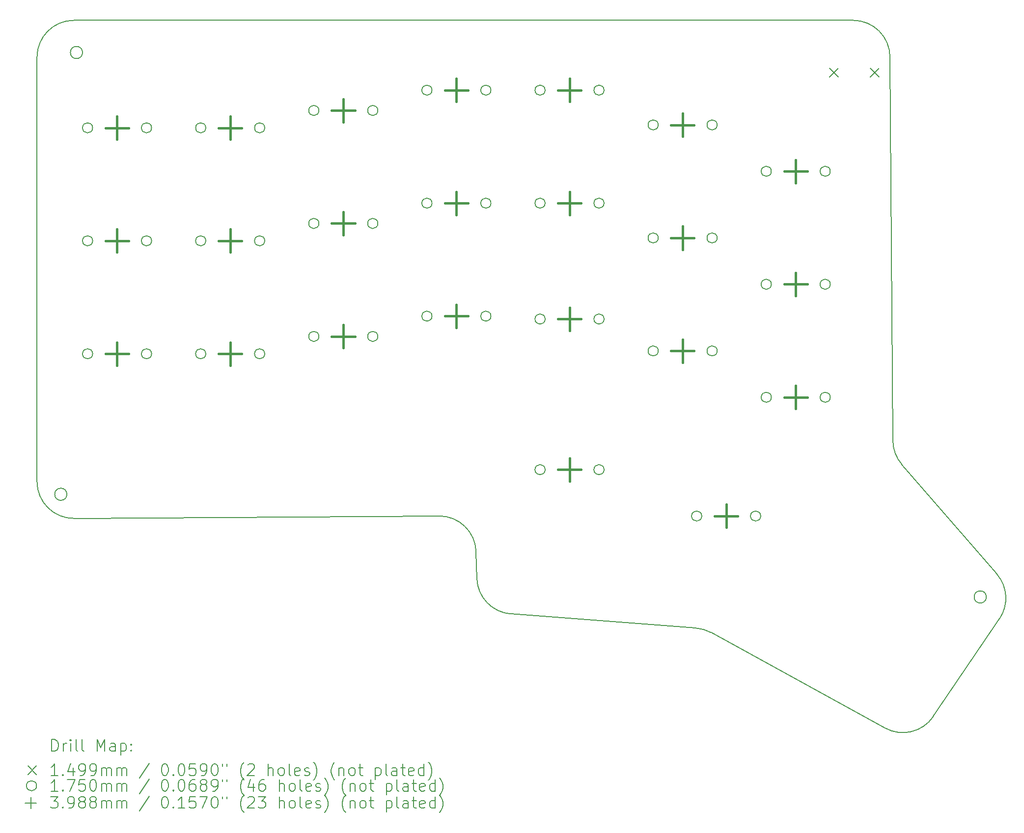
<source format=gbr>
%TF.GenerationSoftware,KiCad,Pcbnew,8.0.2*%
%TF.CreationDate,2024-10-11T16:24:47+02:00*%
%TF.ProjectId,duo_board,64756f5f-626f-4617-9264-2e6b69636164,rev?*%
%TF.SameCoordinates,Original*%
%TF.FileFunction,Drillmap*%
%TF.FilePolarity,Positive*%
%FSLAX45Y45*%
G04 Gerber Fmt 4.5, Leading zero omitted, Abs format (unit mm)*
G04 Created by KiCad (PCBNEW 8.0.2) date 2024-10-11 16:24:47*
%MOMM*%
%LPD*%
G01*
G04 APERTURE LIST*
%ADD10C,0.150000*%
%ADD11C,0.200000*%
%ADD12C,0.149860*%
%ADD13C,0.175000*%
%ADD14C,0.398780*%
G04 APERTURE END LIST*
D10*
X7005000Y-3550000D02*
G75*
G02*
X6795000Y-3550000I-105000J0D01*
G01*
X6795000Y-3550000D02*
G75*
G02*
X7005000Y-3550000I105000J0D01*
G01*
X21129035Y-10658467D02*
G75*
G02*
X20974343Y-10247837I480315J415397D01*
G01*
X22585973Y-12946450D02*
G75*
G02*
X22375973Y-12946450I-105000J0D01*
G01*
X22375973Y-12946450D02*
G75*
G02*
X22585973Y-12946450I105000J0D01*
G01*
X20289740Y-2995000D02*
G75*
G02*
X20924722Y-3625242I0J-635000D01*
G01*
X6855000Y-2995000D02*
X20289740Y-2995000D01*
X17583189Y-13484476D02*
X14388729Y-13238748D01*
X13802723Y-12624852D02*
X13788784Y-12164859D01*
X6220000Y-3630000D02*
G75*
G02*
X6855000Y-2995000I635000J0D01*
G01*
X21672474Y-15008856D02*
G75*
G02*
X20840732Y-15209608I-525974J355796D01*
G01*
X13149870Y-11549107D02*
G75*
G02*
X13788775Y-12164860I4190J-634993D01*
G01*
X6220000Y-10955781D02*
X6220000Y-3630000D01*
X14388729Y-13238748D02*
G75*
G02*
X13802722Y-12624852I48701J633129D01*
G01*
X20840735Y-15209603D02*
X17840259Y-13561073D01*
X13149870Y-11549107D02*
X6859205Y-11590767D01*
X6735000Y-11174500D02*
G75*
G02*
X6525000Y-11174500I-105000J0D01*
G01*
X6525000Y-11174500D02*
G75*
G02*
X6735000Y-11174500I105000J0D01*
G01*
X20924722Y-3625242D02*
X20974343Y-10247837D01*
X6859205Y-11590767D02*
G75*
G02*
X6219999Y-10955781I-4205J634987D01*
G01*
X22812576Y-13323408D02*
X21672474Y-15008856D01*
X22766898Y-12552235D02*
G75*
G02*
X22812576Y-13323408I-480309J-415389D01*
G01*
X21129035Y-10658467D02*
X22766898Y-12552235D01*
X17583189Y-13484476D02*
G75*
G02*
X17840259Y-13561072I-48689J-633094D01*
G01*
D11*
D12*
X19884710Y-3825070D02*
X20034570Y-3974930D01*
X20034570Y-3825070D02*
X19884710Y-3974930D01*
X20585750Y-3825070D02*
X20735610Y-3974930D01*
X20735610Y-3825070D02*
X20585750Y-3974930D01*
D13*
X7179500Y-4850000D02*
G75*
G02*
X7004500Y-4850000I-87500J0D01*
G01*
X7004500Y-4850000D02*
G75*
G02*
X7179500Y-4850000I87500J0D01*
G01*
X7179500Y-6800000D02*
G75*
G02*
X7004500Y-6800000I-87500J0D01*
G01*
X7004500Y-6800000D02*
G75*
G02*
X7179500Y-6800000I87500J0D01*
G01*
X7179500Y-8750000D02*
G75*
G02*
X7004500Y-8750000I-87500J0D01*
G01*
X7004500Y-8750000D02*
G75*
G02*
X7179500Y-8750000I87500J0D01*
G01*
X8195500Y-4850000D02*
G75*
G02*
X8020500Y-4850000I-87500J0D01*
G01*
X8020500Y-4850000D02*
G75*
G02*
X8195500Y-4850000I87500J0D01*
G01*
X8195500Y-6800000D02*
G75*
G02*
X8020500Y-6800000I-87500J0D01*
G01*
X8020500Y-6800000D02*
G75*
G02*
X8195500Y-6800000I87500J0D01*
G01*
X8195500Y-8750000D02*
G75*
G02*
X8020500Y-8750000I-87500J0D01*
G01*
X8020500Y-8750000D02*
G75*
G02*
X8195500Y-8750000I87500J0D01*
G01*
X9129500Y-4850000D02*
G75*
G02*
X8954500Y-4850000I-87500J0D01*
G01*
X8954500Y-4850000D02*
G75*
G02*
X9129500Y-4850000I87500J0D01*
G01*
X9129500Y-6800000D02*
G75*
G02*
X8954500Y-6800000I-87500J0D01*
G01*
X8954500Y-6800000D02*
G75*
G02*
X9129500Y-6800000I87500J0D01*
G01*
X9129500Y-8750000D02*
G75*
G02*
X8954500Y-8750000I-87500J0D01*
G01*
X8954500Y-8750000D02*
G75*
G02*
X9129500Y-8750000I87500J0D01*
G01*
X10145500Y-4850000D02*
G75*
G02*
X9970500Y-4850000I-87500J0D01*
G01*
X9970500Y-4850000D02*
G75*
G02*
X10145500Y-4850000I87500J0D01*
G01*
X10145500Y-6800000D02*
G75*
G02*
X9970500Y-6800000I-87500J0D01*
G01*
X9970500Y-6800000D02*
G75*
G02*
X10145500Y-6800000I87500J0D01*
G01*
X10145500Y-8750000D02*
G75*
G02*
X9970500Y-8750000I-87500J0D01*
G01*
X9970500Y-8750000D02*
G75*
G02*
X10145500Y-8750000I87500J0D01*
G01*
X11079500Y-4550000D02*
G75*
G02*
X10904500Y-4550000I-87500J0D01*
G01*
X10904500Y-4550000D02*
G75*
G02*
X11079500Y-4550000I87500J0D01*
G01*
X11079500Y-6500000D02*
G75*
G02*
X10904500Y-6500000I-87500J0D01*
G01*
X10904500Y-6500000D02*
G75*
G02*
X11079500Y-6500000I87500J0D01*
G01*
X11079500Y-8450000D02*
G75*
G02*
X10904500Y-8450000I-87500J0D01*
G01*
X10904500Y-8450000D02*
G75*
G02*
X11079500Y-8450000I87500J0D01*
G01*
X12095500Y-4550000D02*
G75*
G02*
X11920500Y-4550000I-87500J0D01*
G01*
X11920500Y-4550000D02*
G75*
G02*
X12095500Y-4550000I87500J0D01*
G01*
X12095500Y-6500000D02*
G75*
G02*
X11920500Y-6500000I-87500J0D01*
G01*
X11920500Y-6500000D02*
G75*
G02*
X12095500Y-6500000I87500J0D01*
G01*
X12095500Y-8450000D02*
G75*
G02*
X11920500Y-8450000I-87500J0D01*
G01*
X11920500Y-8450000D02*
G75*
G02*
X12095500Y-8450000I87500J0D01*
G01*
X13029500Y-4200000D02*
G75*
G02*
X12854500Y-4200000I-87500J0D01*
G01*
X12854500Y-4200000D02*
G75*
G02*
X13029500Y-4200000I87500J0D01*
G01*
X13029500Y-6150000D02*
G75*
G02*
X12854500Y-6150000I-87500J0D01*
G01*
X12854500Y-6150000D02*
G75*
G02*
X13029500Y-6150000I87500J0D01*
G01*
X13029500Y-8100000D02*
G75*
G02*
X12854500Y-8100000I-87500J0D01*
G01*
X12854500Y-8100000D02*
G75*
G02*
X13029500Y-8100000I87500J0D01*
G01*
X14045500Y-4200000D02*
G75*
G02*
X13870500Y-4200000I-87500J0D01*
G01*
X13870500Y-4200000D02*
G75*
G02*
X14045500Y-4200000I87500J0D01*
G01*
X14045500Y-6150000D02*
G75*
G02*
X13870500Y-6150000I-87500J0D01*
G01*
X13870500Y-6150000D02*
G75*
G02*
X14045500Y-6150000I87500J0D01*
G01*
X14045500Y-8100000D02*
G75*
G02*
X13870500Y-8100000I-87500J0D01*
G01*
X13870500Y-8100000D02*
G75*
G02*
X14045500Y-8100000I87500J0D01*
G01*
X14979500Y-4200000D02*
G75*
G02*
X14804500Y-4200000I-87500J0D01*
G01*
X14804500Y-4200000D02*
G75*
G02*
X14979500Y-4200000I87500J0D01*
G01*
X14979500Y-6150000D02*
G75*
G02*
X14804500Y-6150000I-87500J0D01*
G01*
X14804500Y-6150000D02*
G75*
G02*
X14979500Y-6150000I87500J0D01*
G01*
X14979500Y-8150000D02*
G75*
G02*
X14804500Y-8150000I-87500J0D01*
G01*
X14804500Y-8150000D02*
G75*
G02*
X14979500Y-8150000I87500J0D01*
G01*
X14979500Y-10750000D02*
G75*
G02*
X14804500Y-10750000I-87500J0D01*
G01*
X14804500Y-10750000D02*
G75*
G02*
X14979500Y-10750000I87500J0D01*
G01*
X15995500Y-4200000D02*
G75*
G02*
X15820500Y-4200000I-87500J0D01*
G01*
X15820500Y-4200000D02*
G75*
G02*
X15995500Y-4200000I87500J0D01*
G01*
X15995500Y-6150000D02*
G75*
G02*
X15820500Y-6150000I-87500J0D01*
G01*
X15820500Y-6150000D02*
G75*
G02*
X15995500Y-6150000I87500J0D01*
G01*
X15995500Y-8150000D02*
G75*
G02*
X15820500Y-8150000I-87500J0D01*
G01*
X15820500Y-8150000D02*
G75*
G02*
X15995500Y-8150000I87500J0D01*
G01*
X15995500Y-10750000D02*
G75*
G02*
X15820500Y-10750000I-87500J0D01*
G01*
X15820500Y-10750000D02*
G75*
G02*
X15995500Y-10750000I87500J0D01*
G01*
X16929500Y-4800000D02*
G75*
G02*
X16754500Y-4800000I-87500J0D01*
G01*
X16754500Y-4800000D02*
G75*
G02*
X16929500Y-4800000I87500J0D01*
G01*
X16929500Y-6750000D02*
G75*
G02*
X16754500Y-6750000I-87500J0D01*
G01*
X16754500Y-6750000D02*
G75*
G02*
X16929500Y-6750000I87500J0D01*
G01*
X16929500Y-8700000D02*
G75*
G02*
X16754500Y-8700000I-87500J0D01*
G01*
X16754500Y-8700000D02*
G75*
G02*
X16929500Y-8700000I87500J0D01*
G01*
X17679500Y-11550000D02*
G75*
G02*
X17504500Y-11550000I-87500J0D01*
G01*
X17504500Y-11550000D02*
G75*
G02*
X17679500Y-11550000I87500J0D01*
G01*
X17945500Y-4800000D02*
G75*
G02*
X17770500Y-4800000I-87500J0D01*
G01*
X17770500Y-4800000D02*
G75*
G02*
X17945500Y-4800000I87500J0D01*
G01*
X17945500Y-6750000D02*
G75*
G02*
X17770500Y-6750000I-87500J0D01*
G01*
X17770500Y-6750000D02*
G75*
G02*
X17945500Y-6750000I87500J0D01*
G01*
X17945500Y-8700000D02*
G75*
G02*
X17770500Y-8700000I-87500J0D01*
G01*
X17770500Y-8700000D02*
G75*
G02*
X17945500Y-8700000I87500J0D01*
G01*
X18695500Y-11550000D02*
G75*
G02*
X18520500Y-11550000I-87500J0D01*
G01*
X18520500Y-11550000D02*
G75*
G02*
X18695500Y-11550000I87500J0D01*
G01*
X18879500Y-5600000D02*
G75*
G02*
X18704500Y-5600000I-87500J0D01*
G01*
X18704500Y-5600000D02*
G75*
G02*
X18879500Y-5600000I87500J0D01*
G01*
X18879500Y-7550000D02*
G75*
G02*
X18704500Y-7550000I-87500J0D01*
G01*
X18704500Y-7550000D02*
G75*
G02*
X18879500Y-7550000I87500J0D01*
G01*
X18879500Y-9500000D02*
G75*
G02*
X18704500Y-9500000I-87500J0D01*
G01*
X18704500Y-9500000D02*
G75*
G02*
X18879500Y-9500000I87500J0D01*
G01*
X19895500Y-5600000D02*
G75*
G02*
X19720500Y-5600000I-87500J0D01*
G01*
X19720500Y-5600000D02*
G75*
G02*
X19895500Y-5600000I87500J0D01*
G01*
X19895500Y-7550000D02*
G75*
G02*
X19720500Y-7550000I-87500J0D01*
G01*
X19720500Y-7550000D02*
G75*
G02*
X19895500Y-7550000I87500J0D01*
G01*
X19895500Y-9500000D02*
G75*
G02*
X19720500Y-9500000I-87500J0D01*
G01*
X19720500Y-9500000D02*
G75*
G02*
X19895500Y-9500000I87500J0D01*
G01*
D14*
X7600000Y-4650610D02*
X7600000Y-5049390D01*
X7400610Y-4850000D02*
X7799390Y-4850000D01*
X7600000Y-6600610D02*
X7600000Y-6999390D01*
X7400610Y-6800000D02*
X7799390Y-6800000D01*
X7600000Y-8550610D02*
X7600000Y-8949390D01*
X7400610Y-8750000D02*
X7799390Y-8750000D01*
X9550000Y-4650610D02*
X9550000Y-5049390D01*
X9350610Y-4850000D02*
X9749390Y-4850000D01*
X9550000Y-6600610D02*
X9550000Y-6999390D01*
X9350610Y-6800000D02*
X9749390Y-6800000D01*
X9550000Y-8550610D02*
X9550000Y-8949390D01*
X9350610Y-8750000D02*
X9749390Y-8750000D01*
X11500000Y-4350610D02*
X11500000Y-4749390D01*
X11300610Y-4550000D02*
X11699390Y-4550000D01*
X11500000Y-6300610D02*
X11500000Y-6699390D01*
X11300610Y-6500000D02*
X11699390Y-6500000D01*
X11500000Y-8250610D02*
X11500000Y-8649390D01*
X11300610Y-8450000D02*
X11699390Y-8450000D01*
X13450000Y-4000610D02*
X13450000Y-4399390D01*
X13250610Y-4200000D02*
X13649390Y-4200000D01*
X13450000Y-5950610D02*
X13450000Y-6349390D01*
X13250610Y-6150000D02*
X13649390Y-6150000D01*
X13450000Y-7900610D02*
X13450000Y-8299390D01*
X13250610Y-8100000D02*
X13649390Y-8100000D01*
X15400000Y-4000610D02*
X15400000Y-4399390D01*
X15200610Y-4200000D02*
X15599390Y-4200000D01*
X15400000Y-5950610D02*
X15400000Y-6349390D01*
X15200610Y-6150000D02*
X15599390Y-6150000D01*
X15400000Y-7950610D02*
X15400000Y-8349390D01*
X15200610Y-8150000D02*
X15599390Y-8150000D01*
X15400000Y-10550610D02*
X15400000Y-10949390D01*
X15200610Y-10750000D02*
X15599390Y-10750000D01*
X17350000Y-4600610D02*
X17350000Y-4999390D01*
X17150610Y-4800000D02*
X17549390Y-4800000D01*
X17350000Y-6550610D02*
X17350000Y-6949390D01*
X17150610Y-6750000D02*
X17549390Y-6750000D01*
X17350000Y-8500610D02*
X17350000Y-8899390D01*
X17150610Y-8700000D02*
X17549390Y-8700000D01*
X18100000Y-11350610D02*
X18100000Y-11749390D01*
X17900610Y-11550000D02*
X18299390Y-11550000D01*
X19300000Y-5400610D02*
X19300000Y-5799390D01*
X19100610Y-5600000D02*
X19499390Y-5600000D01*
X19300000Y-7350610D02*
X19300000Y-7749390D01*
X19100610Y-7550000D02*
X19499390Y-7550000D01*
X19300000Y-9300610D02*
X19300000Y-9699390D01*
X19100610Y-9500000D02*
X19499390Y-9500000D01*
D11*
X6473277Y-15607055D02*
X6473277Y-15407055D01*
X6473277Y-15407055D02*
X6520896Y-15407055D01*
X6520896Y-15407055D02*
X6549467Y-15416579D01*
X6549467Y-15416579D02*
X6568515Y-15435626D01*
X6568515Y-15435626D02*
X6578039Y-15454674D01*
X6578039Y-15454674D02*
X6587562Y-15492769D01*
X6587562Y-15492769D02*
X6587562Y-15521341D01*
X6587562Y-15521341D02*
X6578039Y-15559436D01*
X6578039Y-15559436D02*
X6568515Y-15578483D01*
X6568515Y-15578483D02*
X6549467Y-15597531D01*
X6549467Y-15597531D02*
X6520896Y-15607055D01*
X6520896Y-15607055D02*
X6473277Y-15607055D01*
X6673277Y-15607055D02*
X6673277Y-15473722D01*
X6673277Y-15511817D02*
X6682801Y-15492769D01*
X6682801Y-15492769D02*
X6692324Y-15483245D01*
X6692324Y-15483245D02*
X6711372Y-15473722D01*
X6711372Y-15473722D02*
X6730420Y-15473722D01*
X6797086Y-15607055D02*
X6797086Y-15473722D01*
X6797086Y-15407055D02*
X6787562Y-15416579D01*
X6787562Y-15416579D02*
X6797086Y-15426103D01*
X6797086Y-15426103D02*
X6806610Y-15416579D01*
X6806610Y-15416579D02*
X6797086Y-15407055D01*
X6797086Y-15407055D02*
X6797086Y-15426103D01*
X6920896Y-15607055D02*
X6901848Y-15597531D01*
X6901848Y-15597531D02*
X6892324Y-15578483D01*
X6892324Y-15578483D02*
X6892324Y-15407055D01*
X7025658Y-15607055D02*
X7006610Y-15597531D01*
X7006610Y-15597531D02*
X6997086Y-15578483D01*
X6997086Y-15578483D02*
X6997086Y-15407055D01*
X7254229Y-15607055D02*
X7254229Y-15407055D01*
X7254229Y-15407055D02*
X7320896Y-15549912D01*
X7320896Y-15549912D02*
X7387562Y-15407055D01*
X7387562Y-15407055D02*
X7387562Y-15607055D01*
X7568515Y-15607055D02*
X7568515Y-15502293D01*
X7568515Y-15502293D02*
X7558991Y-15483245D01*
X7558991Y-15483245D02*
X7539943Y-15473722D01*
X7539943Y-15473722D02*
X7501848Y-15473722D01*
X7501848Y-15473722D02*
X7482801Y-15483245D01*
X7568515Y-15597531D02*
X7549467Y-15607055D01*
X7549467Y-15607055D02*
X7501848Y-15607055D01*
X7501848Y-15607055D02*
X7482801Y-15597531D01*
X7482801Y-15597531D02*
X7473277Y-15578483D01*
X7473277Y-15578483D02*
X7473277Y-15559436D01*
X7473277Y-15559436D02*
X7482801Y-15540388D01*
X7482801Y-15540388D02*
X7501848Y-15530864D01*
X7501848Y-15530864D02*
X7549467Y-15530864D01*
X7549467Y-15530864D02*
X7568515Y-15521341D01*
X7663753Y-15473722D02*
X7663753Y-15673722D01*
X7663753Y-15483245D02*
X7682801Y-15473722D01*
X7682801Y-15473722D02*
X7720896Y-15473722D01*
X7720896Y-15473722D02*
X7739943Y-15483245D01*
X7739943Y-15483245D02*
X7749467Y-15492769D01*
X7749467Y-15492769D02*
X7758991Y-15511817D01*
X7758991Y-15511817D02*
X7758991Y-15568960D01*
X7758991Y-15568960D02*
X7749467Y-15588007D01*
X7749467Y-15588007D02*
X7739943Y-15597531D01*
X7739943Y-15597531D02*
X7720896Y-15607055D01*
X7720896Y-15607055D02*
X7682801Y-15607055D01*
X7682801Y-15607055D02*
X7663753Y-15597531D01*
X7844705Y-15588007D02*
X7854229Y-15597531D01*
X7854229Y-15597531D02*
X7844705Y-15607055D01*
X7844705Y-15607055D02*
X7835182Y-15597531D01*
X7835182Y-15597531D02*
X7844705Y-15588007D01*
X7844705Y-15588007D02*
X7844705Y-15607055D01*
X7844705Y-15483245D02*
X7854229Y-15492769D01*
X7854229Y-15492769D02*
X7844705Y-15502293D01*
X7844705Y-15502293D02*
X7835182Y-15492769D01*
X7835182Y-15492769D02*
X7844705Y-15483245D01*
X7844705Y-15483245D02*
X7844705Y-15502293D01*
D12*
X6062640Y-15860641D02*
X6212500Y-16010501D01*
X6212500Y-15860641D02*
X6062640Y-16010501D01*
D11*
X6578039Y-16027055D02*
X6463753Y-16027055D01*
X6520896Y-16027055D02*
X6520896Y-15827055D01*
X6520896Y-15827055D02*
X6501848Y-15855626D01*
X6501848Y-15855626D02*
X6482801Y-15874674D01*
X6482801Y-15874674D02*
X6463753Y-15884198D01*
X6663753Y-16008007D02*
X6673277Y-16017531D01*
X6673277Y-16017531D02*
X6663753Y-16027055D01*
X6663753Y-16027055D02*
X6654229Y-16017531D01*
X6654229Y-16017531D02*
X6663753Y-16008007D01*
X6663753Y-16008007D02*
X6663753Y-16027055D01*
X6844705Y-15893722D02*
X6844705Y-16027055D01*
X6797086Y-15817531D02*
X6749467Y-15960388D01*
X6749467Y-15960388D02*
X6873277Y-15960388D01*
X6958991Y-16027055D02*
X6997086Y-16027055D01*
X6997086Y-16027055D02*
X7016134Y-16017531D01*
X7016134Y-16017531D02*
X7025658Y-16008007D01*
X7025658Y-16008007D02*
X7044705Y-15979436D01*
X7044705Y-15979436D02*
X7054229Y-15941341D01*
X7054229Y-15941341D02*
X7054229Y-15865150D01*
X7054229Y-15865150D02*
X7044705Y-15846103D01*
X7044705Y-15846103D02*
X7035182Y-15836579D01*
X7035182Y-15836579D02*
X7016134Y-15827055D01*
X7016134Y-15827055D02*
X6978039Y-15827055D01*
X6978039Y-15827055D02*
X6958991Y-15836579D01*
X6958991Y-15836579D02*
X6949467Y-15846103D01*
X6949467Y-15846103D02*
X6939943Y-15865150D01*
X6939943Y-15865150D02*
X6939943Y-15912769D01*
X6939943Y-15912769D02*
X6949467Y-15931817D01*
X6949467Y-15931817D02*
X6958991Y-15941341D01*
X6958991Y-15941341D02*
X6978039Y-15950864D01*
X6978039Y-15950864D02*
X7016134Y-15950864D01*
X7016134Y-15950864D02*
X7035182Y-15941341D01*
X7035182Y-15941341D02*
X7044705Y-15931817D01*
X7044705Y-15931817D02*
X7054229Y-15912769D01*
X7149467Y-16027055D02*
X7187562Y-16027055D01*
X7187562Y-16027055D02*
X7206610Y-16017531D01*
X7206610Y-16017531D02*
X7216134Y-16008007D01*
X7216134Y-16008007D02*
X7235182Y-15979436D01*
X7235182Y-15979436D02*
X7244705Y-15941341D01*
X7244705Y-15941341D02*
X7244705Y-15865150D01*
X7244705Y-15865150D02*
X7235182Y-15846103D01*
X7235182Y-15846103D02*
X7225658Y-15836579D01*
X7225658Y-15836579D02*
X7206610Y-15827055D01*
X7206610Y-15827055D02*
X7168515Y-15827055D01*
X7168515Y-15827055D02*
X7149467Y-15836579D01*
X7149467Y-15836579D02*
X7139943Y-15846103D01*
X7139943Y-15846103D02*
X7130420Y-15865150D01*
X7130420Y-15865150D02*
X7130420Y-15912769D01*
X7130420Y-15912769D02*
X7139943Y-15931817D01*
X7139943Y-15931817D02*
X7149467Y-15941341D01*
X7149467Y-15941341D02*
X7168515Y-15950864D01*
X7168515Y-15950864D02*
X7206610Y-15950864D01*
X7206610Y-15950864D02*
X7225658Y-15941341D01*
X7225658Y-15941341D02*
X7235182Y-15931817D01*
X7235182Y-15931817D02*
X7244705Y-15912769D01*
X7330420Y-16027055D02*
X7330420Y-15893722D01*
X7330420Y-15912769D02*
X7339943Y-15903245D01*
X7339943Y-15903245D02*
X7358991Y-15893722D01*
X7358991Y-15893722D02*
X7387563Y-15893722D01*
X7387563Y-15893722D02*
X7406610Y-15903245D01*
X7406610Y-15903245D02*
X7416134Y-15922293D01*
X7416134Y-15922293D02*
X7416134Y-16027055D01*
X7416134Y-15922293D02*
X7425658Y-15903245D01*
X7425658Y-15903245D02*
X7444705Y-15893722D01*
X7444705Y-15893722D02*
X7473277Y-15893722D01*
X7473277Y-15893722D02*
X7492324Y-15903245D01*
X7492324Y-15903245D02*
X7501848Y-15922293D01*
X7501848Y-15922293D02*
X7501848Y-16027055D01*
X7597086Y-16027055D02*
X7597086Y-15893722D01*
X7597086Y-15912769D02*
X7606610Y-15903245D01*
X7606610Y-15903245D02*
X7625658Y-15893722D01*
X7625658Y-15893722D02*
X7654229Y-15893722D01*
X7654229Y-15893722D02*
X7673277Y-15903245D01*
X7673277Y-15903245D02*
X7682801Y-15922293D01*
X7682801Y-15922293D02*
X7682801Y-16027055D01*
X7682801Y-15922293D02*
X7692324Y-15903245D01*
X7692324Y-15903245D02*
X7711372Y-15893722D01*
X7711372Y-15893722D02*
X7739943Y-15893722D01*
X7739943Y-15893722D02*
X7758991Y-15903245D01*
X7758991Y-15903245D02*
X7768515Y-15922293D01*
X7768515Y-15922293D02*
X7768515Y-16027055D01*
X8158991Y-15817531D02*
X7987563Y-16074674D01*
X8416134Y-15827055D02*
X8435182Y-15827055D01*
X8435182Y-15827055D02*
X8454229Y-15836579D01*
X8454229Y-15836579D02*
X8463753Y-15846103D01*
X8463753Y-15846103D02*
X8473277Y-15865150D01*
X8473277Y-15865150D02*
X8482801Y-15903245D01*
X8482801Y-15903245D02*
X8482801Y-15950864D01*
X8482801Y-15950864D02*
X8473277Y-15988960D01*
X8473277Y-15988960D02*
X8463753Y-16008007D01*
X8463753Y-16008007D02*
X8454229Y-16017531D01*
X8454229Y-16017531D02*
X8435182Y-16027055D01*
X8435182Y-16027055D02*
X8416134Y-16027055D01*
X8416134Y-16027055D02*
X8397087Y-16017531D01*
X8397087Y-16017531D02*
X8387563Y-16008007D01*
X8387563Y-16008007D02*
X8378039Y-15988960D01*
X8378039Y-15988960D02*
X8368515Y-15950864D01*
X8368515Y-15950864D02*
X8368515Y-15903245D01*
X8368515Y-15903245D02*
X8378039Y-15865150D01*
X8378039Y-15865150D02*
X8387563Y-15846103D01*
X8387563Y-15846103D02*
X8397087Y-15836579D01*
X8397087Y-15836579D02*
X8416134Y-15827055D01*
X8568515Y-16008007D02*
X8578039Y-16017531D01*
X8578039Y-16017531D02*
X8568515Y-16027055D01*
X8568515Y-16027055D02*
X8558991Y-16017531D01*
X8558991Y-16017531D02*
X8568515Y-16008007D01*
X8568515Y-16008007D02*
X8568515Y-16027055D01*
X8701848Y-15827055D02*
X8720896Y-15827055D01*
X8720896Y-15827055D02*
X8739944Y-15836579D01*
X8739944Y-15836579D02*
X8749468Y-15846103D01*
X8749468Y-15846103D02*
X8758991Y-15865150D01*
X8758991Y-15865150D02*
X8768515Y-15903245D01*
X8768515Y-15903245D02*
X8768515Y-15950864D01*
X8768515Y-15950864D02*
X8758991Y-15988960D01*
X8758991Y-15988960D02*
X8749468Y-16008007D01*
X8749468Y-16008007D02*
X8739944Y-16017531D01*
X8739944Y-16017531D02*
X8720896Y-16027055D01*
X8720896Y-16027055D02*
X8701848Y-16027055D01*
X8701848Y-16027055D02*
X8682801Y-16017531D01*
X8682801Y-16017531D02*
X8673277Y-16008007D01*
X8673277Y-16008007D02*
X8663753Y-15988960D01*
X8663753Y-15988960D02*
X8654229Y-15950864D01*
X8654229Y-15950864D02*
X8654229Y-15903245D01*
X8654229Y-15903245D02*
X8663753Y-15865150D01*
X8663753Y-15865150D02*
X8673277Y-15846103D01*
X8673277Y-15846103D02*
X8682801Y-15836579D01*
X8682801Y-15836579D02*
X8701848Y-15827055D01*
X8949468Y-15827055D02*
X8854229Y-15827055D01*
X8854229Y-15827055D02*
X8844706Y-15922293D01*
X8844706Y-15922293D02*
X8854229Y-15912769D01*
X8854229Y-15912769D02*
X8873277Y-15903245D01*
X8873277Y-15903245D02*
X8920896Y-15903245D01*
X8920896Y-15903245D02*
X8939944Y-15912769D01*
X8939944Y-15912769D02*
X8949468Y-15922293D01*
X8949468Y-15922293D02*
X8958991Y-15941341D01*
X8958991Y-15941341D02*
X8958991Y-15988960D01*
X8958991Y-15988960D02*
X8949468Y-16008007D01*
X8949468Y-16008007D02*
X8939944Y-16017531D01*
X8939944Y-16017531D02*
X8920896Y-16027055D01*
X8920896Y-16027055D02*
X8873277Y-16027055D01*
X8873277Y-16027055D02*
X8854229Y-16017531D01*
X8854229Y-16017531D02*
X8844706Y-16008007D01*
X9054229Y-16027055D02*
X9092325Y-16027055D01*
X9092325Y-16027055D02*
X9111372Y-16017531D01*
X9111372Y-16017531D02*
X9120896Y-16008007D01*
X9120896Y-16008007D02*
X9139944Y-15979436D01*
X9139944Y-15979436D02*
X9149468Y-15941341D01*
X9149468Y-15941341D02*
X9149468Y-15865150D01*
X9149468Y-15865150D02*
X9139944Y-15846103D01*
X9139944Y-15846103D02*
X9130420Y-15836579D01*
X9130420Y-15836579D02*
X9111372Y-15827055D01*
X9111372Y-15827055D02*
X9073277Y-15827055D01*
X9073277Y-15827055D02*
X9054229Y-15836579D01*
X9054229Y-15836579D02*
X9044706Y-15846103D01*
X9044706Y-15846103D02*
X9035182Y-15865150D01*
X9035182Y-15865150D02*
X9035182Y-15912769D01*
X9035182Y-15912769D02*
X9044706Y-15931817D01*
X9044706Y-15931817D02*
X9054229Y-15941341D01*
X9054229Y-15941341D02*
X9073277Y-15950864D01*
X9073277Y-15950864D02*
X9111372Y-15950864D01*
X9111372Y-15950864D02*
X9130420Y-15941341D01*
X9130420Y-15941341D02*
X9139944Y-15931817D01*
X9139944Y-15931817D02*
X9149468Y-15912769D01*
X9273277Y-15827055D02*
X9292325Y-15827055D01*
X9292325Y-15827055D02*
X9311372Y-15836579D01*
X9311372Y-15836579D02*
X9320896Y-15846103D01*
X9320896Y-15846103D02*
X9330420Y-15865150D01*
X9330420Y-15865150D02*
X9339944Y-15903245D01*
X9339944Y-15903245D02*
X9339944Y-15950864D01*
X9339944Y-15950864D02*
X9330420Y-15988960D01*
X9330420Y-15988960D02*
X9320896Y-16008007D01*
X9320896Y-16008007D02*
X9311372Y-16017531D01*
X9311372Y-16017531D02*
X9292325Y-16027055D01*
X9292325Y-16027055D02*
X9273277Y-16027055D01*
X9273277Y-16027055D02*
X9254229Y-16017531D01*
X9254229Y-16017531D02*
X9244706Y-16008007D01*
X9244706Y-16008007D02*
X9235182Y-15988960D01*
X9235182Y-15988960D02*
X9225658Y-15950864D01*
X9225658Y-15950864D02*
X9225658Y-15903245D01*
X9225658Y-15903245D02*
X9235182Y-15865150D01*
X9235182Y-15865150D02*
X9244706Y-15846103D01*
X9244706Y-15846103D02*
X9254229Y-15836579D01*
X9254229Y-15836579D02*
X9273277Y-15827055D01*
X9416134Y-15827055D02*
X9416134Y-15865150D01*
X9492325Y-15827055D02*
X9492325Y-15865150D01*
X9787563Y-16103245D02*
X9778039Y-16093722D01*
X9778039Y-16093722D02*
X9758991Y-16065150D01*
X9758991Y-16065150D02*
X9749468Y-16046103D01*
X9749468Y-16046103D02*
X9739944Y-16017531D01*
X9739944Y-16017531D02*
X9730420Y-15969912D01*
X9730420Y-15969912D02*
X9730420Y-15931817D01*
X9730420Y-15931817D02*
X9739944Y-15884198D01*
X9739944Y-15884198D02*
X9749468Y-15855626D01*
X9749468Y-15855626D02*
X9758991Y-15836579D01*
X9758991Y-15836579D02*
X9778039Y-15808007D01*
X9778039Y-15808007D02*
X9787563Y-15798483D01*
X9854230Y-15846103D02*
X9863753Y-15836579D01*
X9863753Y-15836579D02*
X9882801Y-15827055D01*
X9882801Y-15827055D02*
X9930420Y-15827055D01*
X9930420Y-15827055D02*
X9949468Y-15836579D01*
X9949468Y-15836579D02*
X9958991Y-15846103D01*
X9958991Y-15846103D02*
X9968515Y-15865150D01*
X9968515Y-15865150D02*
X9968515Y-15884198D01*
X9968515Y-15884198D02*
X9958991Y-15912769D01*
X9958991Y-15912769D02*
X9844706Y-16027055D01*
X9844706Y-16027055D02*
X9968515Y-16027055D01*
X10206611Y-16027055D02*
X10206611Y-15827055D01*
X10292325Y-16027055D02*
X10292325Y-15922293D01*
X10292325Y-15922293D02*
X10282801Y-15903245D01*
X10282801Y-15903245D02*
X10263753Y-15893722D01*
X10263753Y-15893722D02*
X10235182Y-15893722D01*
X10235182Y-15893722D02*
X10216134Y-15903245D01*
X10216134Y-15903245D02*
X10206611Y-15912769D01*
X10416134Y-16027055D02*
X10397087Y-16017531D01*
X10397087Y-16017531D02*
X10387563Y-16008007D01*
X10387563Y-16008007D02*
X10378039Y-15988960D01*
X10378039Y-15988960D02*
X10378039Y-15931817D01*
X10378039Y-15931817D02*
X10387563Y-15912769D01*
X10387563Y-15912769D02*
X10397087Y-15903245D01*
X10397087Y-15903245D02*
X10416134Y-15893722D01*
X10416134Y-15893722D02*
X10444706Y-15893722D01*
X10444706Y-15893722D02*
X10463753Y-15903245D01*
X10463753Y-15903245D02*
X10473277Y-15912769D01*
X10473277Y-15912769D02*
X10482801Y-15931817D01*
X10482801Y-15931817D02*
X10482801Y-15988960D01*
X10482801Y-15988960D02*
X10473277Y-16008007D01*
X10473277Y-16008007D02*
X10463753Y-16017531D01*
X10463753Y-16017531D02*
X10444706Y-16027055D01*
X10444706Y-16027055D02*
X10416134Y-16027055D01*
X10597087Y-16027055D02*
X10578039Y-16017531D01*
X10578039Y-16017531D02*
X10568515Y-15998483D01*
X10568515Y-15998483D02*
X10568515Y-15827055D01*
X10749468Y-16017531D02*
X10730420Y-16027055D01*
X10730420Y-16027055D02*
X10692325Y-16027055D01*
X10692325Y-16027055D02*
X10673277Y-16017531D01*
X10673277Y-16017531D02*
X10663753Y-15998483D01*
X10663753Y-15998483D02*
X10663753Y-15922293D01*
X10663753Y-15922293D02*
X10673277Y-15903245D01*
X10673277Y-15903245D02*
X10692325Y-15893722D01*
X10692325Y-15893722D02*
X10730420Y-15893722D01*
X10730420Y-15893722D02*
X10749468Y-15903245D01*
X10749468Y-15903245D02*
X10758992Y-15922293D01*
X10758992Y-15922293D02*
X10758992Y-15941341D01*
X10758992Y-15941341D02*
X10663753Y-15960388D01*
X10835182Y-16017531D02*
X10854230Y-16027055D01*
X10854230Y-16027055D02*
X10892325Y-16027055D01*
X10892325Y-16027055D02*
X10911373Y-16017531D01*
X10911373Y-16017531D02*
X10920896Y-15998483D01*
X10920896Y-15998483D02*
X10920896Y-15988960D01*
X10920896Y-15988960D02*
X10911373Y-15969912D01*
X10911373Y-15969912D02*
X10892325Y-15960388D01*
X10892325Y-15960388D02*
X10863753Y-15960388D01*
X10863753Y-15960388D02*
X10844706Y-15950864D01*
X10844706Y-15950864D02*
X10835182Y-15931817D01*
X10835182Y-15931817D02*
X10835182Y-15922293D01*
X10835182Y-15922293D02*
X10844706Y-15903245D01*
X10844706Y-15903245D02*
X10863753Y-15893722D01*
X10863753Y-15893722D02*
X10892325Y-15893722D01*
X10892325Y-15893722D02*
X10911373Y-15903245D01*
X10987563Y-16103245D02*
X10997087Y-16093722D01*
X10997087Y-16093722D02*
X11016134Y-16065150D01*
X11016134Y-16065150D02*
X11025658Y-16046103D01*
X11025658Y-16046103D02*
X11035182Y-16017531D01*
X11035182Y-16017531D02*
X11044706Y-15969912D01*
X11044706Y-15969912D02*
X11044706Y-15931817D01*
X11044706Y-15931817D02*
X11035182Y-15884198D01*
X11035182Y-15884198D02*
X11025658Y-15855626D01*
X11025658Y-15855626D02*
X11016134Y-15836579D01*
X11016134Y-15836579D02*
X10997087Y-15808007D01*
X10997087Y-15808007D02*
X10987563Y-15798483D01*
X11349468Y-16103245D02*
X11339944Y-16093722D01*
X11339944Y-16093722D02*
X11320896Y-16065150D01*
X11320896Y-16065150D02*
X11311372Y-16046103D01*
X11311372Y-16046103D02*
X11301849Y-16017531D01*
X11301849Y-16017531D02*
X11292325Y-15969912D01*
X11292325Y-15969912D02*
X11292325Y-15931817D01*
X11292325Y-15931817D02*
X11301849Y-15884198D01*
X11301849Y-15884198D02*
X11311372Y-15855626D01*
X11311372Y-15855626D02*
X11320896Y-15836579D01*
X11320896Y-15836579D02*
X11339944Y-15808007D01*
X11339944Y-15808007D02*
X11349468Y-15798483D01*
X11425658Y-15893722D02*
X11425658Y-16027055D01*
X11425658Y-15912769D02*
X11435182Y-15903245D01*
X11435182Y-15903245D02*
X11454230Y-15893722D01*
X11454230Y-15893722D02*
X11482801Y-15893722D01*
X11482801Y-15893722D02*
X11501849Y-15903245D01*
X11501849Y-15903245D02*
X11511372Y-15922293D01*
X11511372Y-15922293D02*
X11511372Y-16027055D01*
X11635182Y-16027055D02*
X11616134Y-16017531D01*
X11616134Y-16017531D02*
X11606611Y-16008007D01*
X11606611Y-16008007D02*
X11597087Y-15988960D01*
X11597087Y-15988960D02*
X11597087Y-15931817D01*
X11597087Y-15931817D02*
X11606611Y-15912769D01*
X11606611Y-15912769D02*
X11616134Y-15903245D01*
X11616134Y-15903245D02*
X11635182Y-15893722D01*
X11635182Y-15893722D02*
X11663753Y-15893722D01*
X11663753Y-15893722D02*
X11682801Y-15903245D01*
X11682801Y-15903245D02*
X11692325Y-15912769D01*
X11692325Y-15912769D02*
X11701849Y-15931817D01*
X11701849Y-15931817D02*
X11701849Y-15988960D01*
X11701849Y-15988960D02*
X11692325Y-16008007D01*
X11692325Y-16008007D02*
X11682801Y-16017531D01*
X11682801Y-16017531D02*
X11663753Y-16027055D01*
X11663753Y-16027055D02*
X11635182Y-16027055D01*
X11758992Y-15893722D02*
X11835182Y-15893722D01*
X11787563Y-15827055D02*
X11787563Y-15998483D01*
X11787563Y-15998483D02*
X11797087Y-16017531D01*
X11797087Y-16017531D02*
X11816134Y-16027055D01*
X11816134Y-16027055D02*
X11835182Y-16027055D01*
X12054230Y-15893722D02*
X12054230Y-16093722D01*
X12054230Y-15903245D02*
X12073277Y-15893722D01*
X12073277Y-15893722D02*
X12111373Y-15893722D01*
X12111373Y-15893722D02*
X12130420Y-15903245D01*
X12130420Y-15903245D02*
X12139944Y-15912769D01*
X12139944Y-15912769D02*
X12149468Y-15931817D01*
X12149468Y-15931817D02*
X12149468Y-15988960D01*
X12149468Y-15988960D02*
X12139944Y-16008007D01*
X12139944Y-16008007D02*
X12130420Y-16017531D01*
X12130420Y-16017531D02*
X12111373Y-16027055D01*
X12111373Y-16027055D02*
X12073277Y-16027055D01*
X12073277Y-16027055D02*
X12054230Y-16017531D01*
X12263753Y-16027055D02*
X12244706Y-16017531D01*
X12244706Y-16017531D02*
X12235182Y-15998483D01*
X12235182Y-15998483D02*
X12235182Y-15827055D01*
X12425658Y-16027055D02*
X12425658Y-15922293D01*
X12425658Y-15922293D02*
X12416134Y-15903245D01*
X12416134Y-15903245D02*
X12397087Y-15893722D01*
X12397087Y-15893722D02*
X12358992Y-15893722D01*
X12358992Y-15893722D02*
X12339944Y-15903245D01*
X12425658Y-16017531D02*
X12406611Y-16027055D01*
X12406611Y-16027055D02*
X12358992Y-16027055D01*
X12358992Y-16027055D02*
X12339944Y-16017531D01*
X12339944Y-16017531D02*
X12330420Y-15998483D01*
X12330420Y-15998483D02*
X12330420Y-15979436D01*
X12330420Y-15979436D02*
X12339944Y-15960388D01*
X12339944Y-15960388D02*
X12358992Y-15950864D01*
X12358992Y-15950864D02*
X12406611Y-15950864D01*
X12406611Y-15950864D02*
X12425658Y-15941341D01*
X12492325Y-15893722D02*
X12568515Y-15893722D01*
X12520896Y-15827055D02*
X12520896Y-15998483D01*
X12520896Y-15998483D02*
X12530420Y-16017531D01*
X12530420Y-16017531D02*
X12549468Y-16027055D01*
X12549468Y-16027055D02*
X12568515Y-16027055D01*
X12711373Y-16017531D02*
X12692325Y-16027055D01*
X12692325Y-16027055D02*
X12654230Y-16027055D01*
X12654230Y-16027055D02*
X12635182Y-16017531D01*
X12635182Y-16017531D02*
X12625658Y-15998483D01*
X12625658Y-15998483D02*
X12625658Y-15922293D01*
X12625658Y-15922293D02*
X12635182Y-15903245D01*
X12635182Y-15903245D02*
X12654230Y-15893722D01*
X12654230Y-15893722D02*
X12692325Y-15893722D01*
X12692325Y-15893722D02*
X12711373Y-15903245D01*
X12711373Y-15903245D02*
X12720896Y-15922293D01*
X12720896Y-15922293D02*
X12720896Y-15941341D01*
X12720896Y-15941341D02*
X12625658Y-15960388D01*
X12892325Y-16027055D02*
X12892325Y-15827055D01*
X12892325Y-16017531D02*
X12873277Y-16027055D01*
X12873277Y-16027055D02*
X12835182Y-16027055D01*
X12835182Y-16027055D02*
X12816134Y-16017531D01*
X12816134Y-16017531D02*
X12806611Y-16008007D01*
X12806611Y-16008007D02*
X12797087Y-15988960D01*
X12797087Y-15988960D02*
X12797087Y-15931817D01*
X12797087Y-15931817D02*
X12806611Y-15912769D01*
X12806611Y-15912769D02*
X12816134Y-15903245D01*
X12816134Y-15903245D02*
X12835182Y-15893722D01*
X12835182Y-15893722D02*
X12873277Y-15893722D01*
X12873277Y-15893722D02*
X12892325Y-15903245D01*
X12968515Y-16103245D02*
X12978039Y-16093722D01*
X12978039Y-16093722D02*
X12997087Y-16065150D01*
X12997087Y-16065150D02*
X13006611Y-16046103D01*
X13006611Y-16046103D02*
X13016134Y-16017531D01*
X13016134Y-16017531D02*
X13025658Y-15969912D01*
X13025658Y-15969912D02*
X13025658Y-15931817D01*
X13025658Y-15931817D02*
X13016134Y-15884198D01*
X13016134Y-15884198D02*
X13006611Y-15855626D01*
X13006611Y-15855626D02*
X12997087Y-15836579D01*
X12997087Y-15836579D02*
X12978039Y-15808007D01*
X12978039Y-15808007D02*
X12968515Y-15798483D01*
D13*
X6212500Y-16205431D02*
G75*
G02*
X6037500Y-16205431I-87500J0D01*
G01*
X6037500Y-16205431D02*
G75*
G02*
X6212500Y-16205431I87500J0D01*
G01*
D11*
X6578039Y-16296915D02*
X6463753Y-16296915D01*
X6520896Y-16296915D02*
X6520896Y-16096915D01*
X6520896Y-16096915D02*
X6501848Y-16125486D01*
X6501848Y-16125486D02*
X6482801Y-16144534D01*
X6482801Y-16144534D02*
X6463753Y-16154058D01*
X6663753Y-16277867D02*
X6673277Y-16287391D01*
X6673277Y-16287391D02*
X6663753Y-16296915D01*
X6663753Y-16296915D02*
X6654229Y-16287391D01*
X6654229Y-16287391D02*
X6663753Y-16277867D01*
X6663753Y-16277867D02*
X6663753Y-16296915D01*
X6739943Y-16096915D02*
X6873277Y-16096915D01*
X6873277Y-16096915D02*
X6787562Y-16296915D01*
X7044705Y-16096915D02*
X6949467Y-16096915D01*
X6949467Y-16096915D02*
X6939943Y-16192153D01*
X6939943Y-16192153D02*
X6949467Y-16182629D01*
X6949467Y-16182629D02*
X6968515Y-16173105D01*
X6968515Y-16173105D02*
X7016134Y-16173105D01*
X7016134Y-16173105D02*
X7035182Y-16182629D01*
X7035182Y-16182629D02*
X7044705Y-16192153D01*
X7044705Y-16192153D02*
X7054229Y-16211201D01*
X7054229Y-16211201D02*
X7054229Y-16258820D01*
X7054229Y-16258820D02*
X7044705Y-16277867D01*
X7044705Y-16277867D02*
X7035182Y-16287391D01*
X7035182Y-16287391D02*
X7016134Y-16296915D01*
X7016134Y-16296915D02*
X6968515Y-16296915D01*
X6968515Y-16296915D02*
X6949467Y-16287391D01*
X6949467Y-16287391D02*
X6939943Y-16277867D01*
X7178039Y-16096915D02*
X7197086Y-16096915D01*
X7197086Y-16096915D02*
X7216134Y-16106439D01*
X7216134Y-16106439D02*
X7225658Y-16115963D01*
X7225658Y-16115963D02*
X7235182Y-16135010D01*
X7235182Y-16135010D02*
X7244705Y-16173105D01*
X7244705Y-16173105D02*
X7244705Y-16220724D01*
X7244705Y-16220724D02*
X7235182Y-16258820D01*
X7235182Y-16258820D02*
X7225658Y-16277867D01*
X7225658Y-16277867D02*
X7216134Y-16287391D01*
X7216134Y-16287391D02*
X7197086Y-16296915D01*
X7197086Y-16296915D02*
X7178039Y-16296915D01*
X7178039Y-16296915D02*
X7158991Y-16287391D01*
X7158991Y-16287391D02*
X7149467Y-16277867D01*
X7149467Y-16277867D02*
X7139943Y-16258820D01*
X7139943Y-16258820D02*
X7130420Y-16220724D01*
X7130420Y-16220724D02*
X7130420Y-16173105D01*
X7130420Y-16173105D02*
X7139943Y-16135010D01*
X7139943Y-16135010D02*
X7149467Y-16115963D01*
X7149467Y-16115963D02*
X7158991Y-16106439D01*
X7158991Y-16106439D02*
X7178039Y-16096915D01*
X7330420Y-16296915D02*
X7330420Y-16163582D01*
X7330420Y-16182629D02*
X7339943Y-16173105D01*
X7339943Y-16173105D02*
X7358991Y-16163582D01*
X7358991Y-16163582D02*
X7387563Y-16163582D01*
X7387563Y-16163582D02*
X7406610Y-16173105D01*
X7406610Y-16173105D02*
X7416134Y-16192153D01*
X7416134Y-16192153D02*
X7416134Y-16296915D01*
X7416134Y-16192153D02*
X7425658Y-16173105D01*
X7425658Y-16173105D02*
X7444705Y-16163582D01*
X7444705Y-16163582D02*
X7473277Y-16163582D01*
X7473277Y-16163582D02*
X7492324Y-16173105D01*
X7492324Y-16173105D02*
X7501848Y-16192153D01*
X7501848Y-16192153D02*
X7501848Y-16296915D01*
X7597086Y-16296915D02*
X7597086Y-16163582D01*
X7597086Y-16182629D02*
X7606610Y-16173105D01*
X7606610Y-16173105D02*
X7625658Y-16163582D01*
X7625658Y-16163582D02*
X7654229Y-16163582D01*
X7654229Y-16163582D02*
X7673277Y-16173105D01*
X7673277Y-16173105D02*
X7682801Y-16192153D01*
X7682801Y-16192153D02*
X7682801Y-16296915D01*
X7682801Y-16192153D02*
X7692324Y-16173105D01*
X7692324Y-16173105D02*
X7711372Y-16163582D01*
X7711372Y-16163582D02*
X7739943Y-16163582D01*
X7739943Y-16163582D02*
X7758991Y-16173105D01*
X7758991Y-16173105D02*
X7768515Y-16192153D01*
X7768515Y-16192153D02*
X7768515Y-16296915D01*
X8158991Y-16087391D02*
X7987563Y-16344534D01*
X8416134Y-16096915D02*
X8435182Y-16096915D01*
X8435182Y-16096915D02*
X8454229Y-16106439D01*
X8454229Y-16106439D02*
X8463753Y-16115963D01*
X8463753Y-16115963D02*
X8473277Y-16135010D01*
X8473277Y-16135010D02*
X8482801Y-16173105D01*
X8482801Y-16173105D02*
X8482801Y-16220724D01*
X8482801Y-16220724D02*
X8473277Y-16258820D01*
X8473277Y-16258820D02*
X8463753Y-16277867D01*
X8463753Y-16277867D02*
X8454229Y-16287391D01*
X8454229Y-16287391D02*
X8435182Y-16296915D01*
X8435182Y-16296915D02*
X8416134Y-16296915D01*
X8416134Y-16296915D02*
X8397087Y-16287391D01*
X8397087Y-16287391D02*
X8387563Y-16277867D01*
X8387563Y-16277867D02*
X8378039Y-16258820D01*
X8378039Y-16258820D02*
X8368515Y-16220724D01*
X8368515Y-16220724D02*
X8368515Y-16173105D01*
X8368515Y-16173105D02*
X8378039Y-16135010D01*
X8378039Y-16135010D02*
X8387563Y-16115963D01*
X8387563Y-16115963D02*
X8397087Y-16106439D01*
X8397087Y-16106439D02*
X8416134Y-16096915D01*
X8568515Y-16277867D02*
X8578039Y-16287391D01*
X8578039Y-16287391D02*
X8568515Y-16296915D01*
X8568515Y-16296915D02*
X8558991Y-16287391D01*
X8558991Y-16287391D02*
X8568515Y-16277867D01*
X8568515Y-16277867D02*
X8568515Y-16296915D01*
X8701848Y-16096915D02*
X8720896Y-16096915D01*
X8720896Y-16096915D02*
X8739944Y-16106439D01*
X8739944Y-16106439D02*
X8749468Y-16115963D01*
X8749468Y-16115963D02*
X8758991Y-16135010D01*
X8758991Y-16135010D02*
X8768515Y-16173105D01*
X8768515Y-16173105D02*
X8768515Y-16220724D01*
X8768515Y-16220724D02*
X8758991Y-16258820D01*
X8758991Y-16258820D02*
X8749468Y-16277867D01*
X8749468Y-16277867D02*
X8739944Y-16287391D01*
X8739944Y-16287391D02*
X8720896Y-16296915D01*
X8720896Y-16296915D02*
X8701848Y-16296915D01*
X8701848Y-16296915D02*
X8682801Y-16287391D01*
X8682801Y-16287391D02*
X8673277Y-16277867D01*
X8673277Y-16277867D02*
X8663753Y-16258820D01*
X8663753Y-16258820D02*
X8654229Y-16220724D01*
X8654229Y-16220724D02*
X8654229Y-16173105D01*
X8654229Y-16173105D02*
X8663753Y-16135010D01*
X8663753Y-16135010D02*
X8673277Y-16115963D01*
X8673277Y-16115963D02*
X8682801Y-16106439D01*
X8682801Y-16106439D02*
X8701848Y-16096915D01*
X8939944Y-16096915D02*
X8901848Y-16096915D01*
X8901848Y-16096915D02*
X8882801Y-16106439D01*
X8882801Y-16106439D02*
X8873277Y-16115963D01*
X8873277Y-16115963D02*
X8854229Y-16144534D01*
X8854229Y-16144534D02*
X8844706Y-16182629D01*
X8844706Y-16182629D02*
X8844706Y-16258820D01*
X8844706Y-16258820D02*
X8854229Y-16277867D01*
X8854229Y-16277867D02*
X8863753Y-16287391D01*
X8863753Y-16287391D02*
X8882801Y-16296915D01*
X8882801Y-16296915D02*
X8920896Y-16296915D01*
X8920896Y-16296915D02*
X8939944Y-16287391D01*
X8939944Y-16287391D02*
X8949468Y-16277867D01*
X8949468Y-16277867D02*
X8958991Y-16258820D01*
X8958991Y-16258820D02*
X8958991Y-16211201D01*
X8958991Y-16211201D02*
X8949468Y-16192153D01*
X8949468Y-16192153D02*
X8939944Y-16182629D01*
X8939944Y-16182629D02*
X8920896Y-16173105D01*
X8920896Y-16173105D02*
X8882801Y-16173105D01*
X8882801Y-16173105D02*
X8863753Y-16182629D01*
X8863753Y-16182629D02*
X8854229Y-16192153D01*
X8854229Y-16192153D02*
X8844706Y-16211201D01*
X9073277Y-16182629D02*
X9054229Y-16173105D01*
X9054229Y-16173105D02*
X9044706Y-16163582D01*
X9044706Y-16163582D02*
X9035182Y-16144534D01*
X9035182Y-16144534D02*
X9035182Y-16135010D01*
X9035182Y-16135010D02*
X9044706Y-16115963D01*
X9044706Y-16115963D02*
X9054229Y-16106439D01*
X9054229Y-16106439D02*
X9073277Y-16096915D01*
X9073277Y-16096915D02*
X9111372Y-16096915D01*
X9111372Y-16096915D02*
X9130420Y-16106439D01*
X9130420Y-16106439D02*
X9139944Y-16115963D01*
X9139944Y-16115963D02*
X9149468Y-16135010D01*
X9149468Y-16135010D02*
X9149468Y-16144534D01*
X9149468Y-16144534D02*
X9139944Y-16163582D01*
X9139944Y-16163582D02*
X9130420Y-16173105D01*
X9130420Y-16173105D02*
X9111372Y-16182629D01*
X9111372Y-16182629D02*
X9073277Y-16182629D01*
X9073277Y-16182629D02*
X9054229Y-16192153D01*
X9054229Y-16192153D02*
X9044706Y-16201677D01*
X9044706Y-16201677D02*
X9035182Y-16220724D01*
X9035182Y-16220724D02*
X9035182Y-16258820D01*
X9035182Y-16258820D02*
X9044706Y-16277867D01*
X9044706Y-16277867D02*
X9054229Y-16287391D01*
X9054229Y-16287391D02*
X9073277Y-16296915D01*
X9073277Y-16296915D02*
X9111372Y-16296915D01*
X9111372Y-16296915D02*
X9130420Y-16287391D01*
X9130420Y-16287391D02*
X9139944Y-16277867D01*
X9139944Y-16277867D02*
X9149468Y-16258820D01*
X9149468Y-16258820D02*
X9149468Y-16220724D01*
X9149468Y-16220724D02*
X9139944Y-16201677D01*
X9139944Y-16201677D02*
X9130420Y-16192153D01*
X9130420Y-16192153D02*
X9111372Y-16182629D01*
X9244706Y-16296915D02*
X9282801Y-16296915D01*
X9282801Y-16296915D02*
X9301849Y-16287391D01*
X9301849Y-16287391D02*
X9311372Y-16277867D01*
X9311372Y-16277867D02*
X9330420Y-16249296D01*
X9330420Y-16249296D02*
X9339944Y-16211201D01*
X9339944Y-16211201D02*
X9339944Y-16135010D01*
X9339944Y-16135010D02*
X9330420Y-16115963D01*
X9330420Y-16115963D02*
X9320896Y-16106439D01*
X9320896Y-16106439D02*
X9301849Y-16096915D01*
X9301849Y-16096915D02*
X9263753Y-16096915D01*
X9263753Y-16096915D02*
X9244706Y-16106439D01*
X9244706Y-16106439D02*
X9235182Y-16115963D01*
X9235182Y-16115963D02*
X9225658Y-16135010D01*
X9225658Y-16135010D02*
X9225658Y-16182629D01*
X9225658Y-16182629D02*
X9235182Y-16201677D01*
X9235182Y-16201677D02*
X9244706Y-16211201D01*
X9244706Y-16211201D02*
X9263753Y-16220724D01*
X9263753Y-16220724D02*
X9301849Y-16220724D01*
X9301849Y-16220724D02*
X9320896Y-16211201D01*
X9320896Y-16211201D02*
X9330420Y-16201677D01*
X9330420Y-16201677D02*
X9339944Y-16182629D01*
X9416134Y-16096915D02*
X9416134Y-16135010D01*
X9492325Y-16096915D02*
X9492325Y-16135010D01*
X9787563Y-16373105D02*
X9778039Y-16363582D01*
X9778039Y-16363582D02*
X9758991Y-16335010D01*
X9758991Y-16335010D02*
X9749468Y-16315963D01*
X9749468Y-16315963D02*
X9739944Y-16287391D01*
X9739944Y-16287391D02*
X9730420Y-16239772D01*
X9730420Y-16239772D02*
X9730420Y-16201677D01*
X9730420Y-16201677D02*
X9739944Y-16154058D01*
X9739944Y-16154058D02*
X9749468Y-16125486D01*
X9749468Y-16125486D02*
X9758991Y-16106439D01*
X9758991Y-16106439D02*
X9778039Y-16077867D01*
X9778039Y-16077867D02*
X9787563Y-16068343D01*
X9949468Y-16163582D02*
X9949468Y-16296915D01*
X9901849Y-16087391D02*
X9854230Y-16230248D01*
X9854230Y-16230248D02*
X9978039Y-16230248D01*
X10139944Y-16096915D02*
X10101849Y-16096915D01*
X10101849Y-16096915D02*
X10082801Y-16106439D01*
X10082801Y-16106439D02*
X10073277Y-16115963D01*
X10073277Y-16115963D02*
X10054230Y-16144534D01*
X10054230Y-16144534D02*
X10044706Y-16182629D01*
X10044706Y-16182629D02*
X10044706Y-16258820D01*
X10044706Y-16258820D02*
X10054230Y-16277867D01*
X10054230Y-16277867D02*
X10063753Y-16287391D01*
X10063753Y-16287391D02*
X10082801Y-16296915D01*
X10082801Y-16296915D02*
X10120896Y-16296915D01*
X10120896Y-16296915D02*
X10139944Y-16287391D01*
X10139944Y-16287391D02*
X10149468Y-16277867D01*
X10149468Y-16277867D02*
X10158991Y-16258820D01*
X10158991Y-16258820D02*
X10158991Y-16211201D01*
X10158991Y-16211201D02*
X10149468Y-16192153D01*
X10149468Y-16192153D02*
X10139944Y-16182629D01*
X10139944Y-16182629D02*
X10120896Y-16173105D01*
X10120896Y-16173105D02*
X10082801Y-16173105D01*
X10082801Y-16173105D02*
X10063753Y-16182629D01*
X10063753Y-16182629D02*
X10054230Y-16192153D01*
X10054230Y-16192153D02*
X10044706Y-16211201D01*
X10397087Y-16296915D02*
X10397087Y-16096915D01*
X10482801Y-16296915D02*
X10482801Y-16192153D01*
X10482801Y-16192153D02*
X10473277Y-16173105D01*
X10473277Y-16173105D02*
X10454230Y-16163582D01*
X10454230Y-16163582D02*
X10425658Y-16163582D01*
X10425658Y-16163582D02*
X10406611Y-16173105D01*
X10406611Y-16173105D02*
X10397087Y-16182629D01*
X10606611Y-16296915D02*
X10587563Y-16287391D01*
X10587563Y-16287391D02*
X10578039Y-16277867D01*
X10578039Y-16277867D02*
X10568515Y-16258820D01*
X10568515Y-16258820D02*
X10568515Y-16201677D01*
X10568515Y-16201677D02*
X10578039Y-16182629D01*
X10578039Y-16182629D02*
X10587563Y-16173105D01*
X10587563Y-16173105D02*
X10606611Y-16163582D01*
X10606611Y-16163582D02*
X10635182Y-16163582D01*
X10635182Y-16163582D02*
X10654230Y-16173105D01*
X10654230Y-16173105D02*
X10663753Y-16182629D01*
X10663753Y-16182629D02*
X10673277Y-16201677D01*
X10673277Y-16201677D02*
X10673277Y-16258820D01*
X10673277Y-16258820D02*
X10663753Y-16277867D01*
X10663753Y-16277867D02*
X10654230Y-16287391D01*
X10654230Y-16287391D02*
X10635182Y-16296915D01*
X10635182Y-16296915D02*
X10606611Y-16296915D01*
X10787563Y-16296915D02*
X10768515Y-16287391D01*
X10768515Y-16287391D02*
X10758992Y-16268343D01*
X10758992Y-16268343D02*
X10758992Y-16096915D01*
X10939944Y-16287391D02*
X10920896Y-16296915D01*
X10920896Y-16296915D02*
X10882801Y-16296915D01*
X10882801Y-16296915D02*
X10863753Y-16287391D01*
X10863753Y-16287391D02*
X10854230Y-16268343D01*
X10854230Y-16268343D02*
X10854230Y-16192153D01*
X10854230Y-16192153D02*
X10863753Y-16173105D01*
X10863753Y-16173105D02*
X10882801Y-16163582D01*
X10882801Y-16163582D02*
X10920896Y-16163582D01*
X10920896Y-16163582D02*
X10939944Y-16173105D01*
X10939944Y-16173105D02*
X10949468Y-16192153D01*
X10949468Y-16192153D02*
X10949468Y-16211201D01*
X10949468Y-16211201D02*
X10854230Y-16230248D01*
X11025658Y-16287391D02*
X11044706Y-16296915D01*
X11044706Y-16296915D02*
X11082801Y-16296915D01*
X11082801Y-16296915D02*
X11101849Y-16287391D01*
X11101849Y-16287391D02*
X11111373Y-16268343D01*
X11111373Y-16268343D02*
X11111373Y-16258820D01*
X11111373Y-16258820D02*
X11101849Y-16239772D01*
X11101849Y-16239772D02*
X11082801Y-16230248D01*
X11082801Y-16230248D02*
X11054230Y-16230248D01*
X11054230Y-16230248D02*
X11035182Y-16220724D01*
X11035182Y-16220724D02*
X11025658Y-16201677D01*
X11025658Y-16201677D02*
X11025658Y-16192153D01*
X11025658Y-16192153D02*
X11035182Y-16173105D01*
X11035182Y-16173105D02*
X11054230Y-16163582D01*
X11054230Y-16163582D02*
X11082801Y-16163582D01*
X11082801Y-16163582D02*
X11101849Y-16173105D01*
X11178039Y-16373105D02*
X11187563Y-16363582D01*
X11187563Y-16363582D02*
X11206611Y-16335010D01*
X11206611Y-16335010D02*
X11216134Y-16315963D01*
X11216134Y-16315963D02*
X11225658Y-16287391D01*
X11225658Y-16287391D02*
X11235182Y-16239772D01*
X11235182Y-16239772D02*
X11235182Y-16201677D01*
X11235182Y-16201677D02*
X11225658Y-16154058D01*
X11225658Y-16154058D02*
X11216134Y-16125486D01*
X11216134Y-16125486D02*
X11206611Y-16106439D01*
X11206611Y-16106439D02*
X11187563Y-16077867D01*
X11187563Y-16077867D02*
X11178039Y-16068343D01*
X11539944Y-16373105D02*
X11530420Y-16363582D01*
X11530420Y-16363582D02*
X11511372Y-16335010D01*
X11511372Y-16335010D02*
X11501849Y-16315963D01*
X11501849Y-16315963D02*
X11492325Y-16287391D01*
X11492325Y-16287391D02*
X11482801Y-16239772D01*
X11482801Y-16239772D02*
X11482801Y-16201677D01*
X11482801Y-16201677D02*
X11492325Y-16154058D01*
X11492325Y-16154058D02*
X11501849Y-16125486D01*
X11501849Y-16125486D02*
X11511372Y-16106439D01*
X11511372Y-16106439D02*
X11530420Y-16077867D01*
X11530420Y-16077867D02*
X11539944Y-16068343D01*
X11616134Y-16163582D02*
X11616134Y-16296915D01*
X11616134Y-16182629D02*
X11625658Y-16173105D01*
X11625658Y-16173105D02*
X11644706Y-16163582D01*
X11644706Y-16163582D02*
X11673277Y-16163582D01*
X11673277Y-16163582D02*
X11692325Y-16173105D01*
X11692325Y-16173105D02*
X11701849Y-16192153D01*
X11701849Y-16192153D02*
X11701849Y-16296915D01*
X11825658Y-16296915D02*
X11806611Y-16287391D01*
X11806611Y-16287391D02*
X11797087Y-16277867D01*
X11797087Y-16277867D02*
X11787563Y-16258820D01*
X11787563Y-16258820D02*
X11787563Y-16201677D01*
X11787563Y-16201677D02*
X11797087Y-16182629D01*
X11797087Y-16182629D02*
X11806611Y-16173105D01*
X11806611Y-16173105D02*
X11825658Y-16163582D01*
X11825658Y-16163582D02*
X11854230Y-16163582D01*
X11854230Y-16163582D02*
X11873277Y-16173105D01*
X11873277Y-16173105D02*
X11882801Y-16182629D01*
X11882801Y-16182629D02*
X11892325Y-16201677D01*
X11892325Y-16201677D02*
X11892325Y-16258820D01*
X11892325Y-16258820D02*
X11882801Y-16277867D01*
X11882801Y-16277867D02*
X11873277Y-16287391D01*
X11873277Y-16287391D02*
X11854230Y-16296915D01*
X11854230Y-16296915D02*
X11825658Y-16296915D01*
X11949468Y-16163582D02*
X12025658Y-16163582D01*
X11978039Y-16096915D02*
X11978039Y-16268343D01*
X11978039Y-16268343D02*
X11987563Y-16287391D01*
X11987563Y-16287391D02*
X12006611Y-16296915D01*
X12006611Y-16296915D02*
X12025658Y-16296915D01*
X12244706Y-16163582D02*
X12244706Y-16363582D01*
X12244706Y-16173105D02*
X12263753Y-16163582D01*
X12263753Y-16163582D02*
X12301849Y-16163582D01*
X12301849Y-16163582D02*
X12320896Y-16173105D01*
X12320896Y-16173105D02*
X12330420Y-16182629D01*
X12330420Y-16182629D02*
X12339944Y-16201677D01*
X12339944Y-16201677D02*
X12339944Y-16258820D01*
X12339944Y-16258820D02*
X12330420Y-16277867D01*
X12330420Y-16277867D02*
X12320896Y-16287391D01*
X12320896Y-16287391D02*
X12301849Y-16296915D01*
X12301849Y-16296915D02*
X12263753Y-16296915D01*
X12263753Y-16296915D02*
X12244706Y-16287391D01*
X12454230Y-16296915D02*
X12435182Y-16287391D01*
X12435182Y-16287391D02*
X12425658Y-16268343D01*
X12425658Y-16268343D02*
X12425658Y-16096915D01*
X12616134Y-16296915D02*
X12616134Y-16192153D01*
X12616134Y-16192153D02*
X12606611Y-16173105D01*
X12606611Y-16173105D02*
X12587563Y-16163582D01*
X12587563Y-16163582D02*
X12549468Y-16163582D01*
X12549468Y-16163582D02*
X12530420Y-16173105D01*
X12616134Y-16287391D02*
X12597087Y-16296915D01*
X12597087Y-16296915D02*
X12549468Y-16296915D01*
X12549468Y-16296915D02*
X12530420Y-16287391D01*
X12530420Y-16287391D02*
X12520896Y-16268343D01*
X12520896Y-16268343D02*
X12520896Y-16249296D01*
X12520896Y-16249296D02*
X12530420Y-16230248D01*
X12530420Y-16230248D02*
X12549468Y-16220724D01*
X12549468Y-16220724D02*
X12597087Y-16220724D01*
X12597087Y-16220724D02*
X12616134Y-16211201D01*
X12682801Y-16163582D02*
X12758992Y-16163582D01*
X12711373Y-16096915D02*
X12711373Y-16268343D01*
X12711373Y-16268343D02*
X12720896Y-16287391D01*
X12720896Y-16287391D02*
X12739944Y-16296915D01*
X12739944Y-16296915D02*
X12758992Y-16296915D01*
X12901849Y-16287391D02*
X12882801Y-16296915D01*
X12882801Y-16296915D02*
X12844706Y-16296915D01*
X12844706Y-16296915D02*
X12825658Y-16287391D01*
X12825658Y-16287391D02*
X12816134Y-16268343D01*
X12816134Y-16268343D02*
X12816134Y-16192153D01*
X12816134Y-16192153D02*
X12825658Y-16173105D01*
X12825658Y-16173105D02*
X12844706Y-16163582D01*
X12844706Y-16163582D02*
X12882801Y-16163582D01*
X12882801Y-16163582D02*
X12901849Y-16173105D01*
X12901849Y-16173105D02*
X12911373Y-16192153D01*
X12911373Y-16192153D02*
X12911373Y-16211201D01*
X12911373Y-16211201D02*
X12816134Y-16230248D01*
X13082801Y-16296915D02*
X13082801Y-16096915D01*
X13082801Y-16287391D02*
X13063754Y-16296915D01*
X13063754Y-16296915D02*
X13025658Y-16296915D01*
X13025658Y-16296915D02*
X13006611Y-16287391D01*
X13006611Y-16287391D02*
X12997087Y-16277867D01*
X12997087Y-16277867D02*
X12987563Y-16258820D01*
X12987563Y-16258820D02*
X12987563Y-16201677D01*
X12987563Y-16201677D02*
X12997087Y-16182629D01*
X12997087Y-16182629D02*
X13006611Y-16173105D01*
X13006611Y-16173105D02*
X13025658Y-16163582D01*
X13025658Y-16163582D02*
X13063754Y-16163582D01*
X13063754Y-16163582D02*
X13082801Y-16173105D01*
X13158992Y-16373105D02*
X13168515Y-16363582D01*
X13168515Y-16363582D02*
X13187563Y-16335010D01*
X13187563Y-16335010D02*
X13197087Y-16315963D01*
X13197087Y-16315963D02*
X13206611Y-16287391D01*
X13206611Y-16287391D02*
X13216134Y-16239772D01*
X13216134Y-16239772D02*
X13216134Y-16201677D01*
X13216134Y-16201677D02*
X13206611Y-16154058D01*
X13206611Y-16154058D02*
X13197087Y-16125486D01*
X13197087Y-16125486D02*
X13187563Y-16106439D01*
X13187563Y-16106439D02*
X13168515Y-16077867D01*
X13168515Y-16077867D02*
X13158992Y-16068343D01*
X6112500Y-16400431D02*
X6112500Y-16600431D01*
X6012500Y-16500431D02*
X6212500Y-16500431D01*
X6454229Y-16391915D02*
X6578039Y-16391915D01*
X6578039Y-16391915D02*
X6511372Y-16468105D01*
X6511372Y-16468105D02*
X6539943Y-16468105D01*
X6539943Y-16468105D02*
X6558991Y-16477629D01*
X6558991Y-16477629D02*
X6568515Y-16487153D01*
X6568515Y-16487153D02*
X6578039Y-16506201D01*
X6578039Y-16506201D02*
X6578039Y-16553820D01*
X6578039Y-16553820D02*
X6568515Y-16572867D01*
X6568515Y-16572867D02*
X6558991Y-16582391D01*
X6558991Y-16582391D02*
X6539943Y-16591915D01*
X6539943Y-16591915D02*
X6482801Y-16591915D01*
X6482801Y-16591915D02*
X6463753Y-16582391D01*
X6463753Y-16582391D02*
X6454229Y-16572867D01*
X6663753Y-16572867D02*
X6673277Y-16582391D01*
X6673277Y-16582391D02*
X6663753Y-16591915D01*
X6663753Y-16591915D02*
X6654229Y-16582391D01*
X6654229Y-16582391D02*
X6663753Y-16572867D01*
X6663753Y-16572867D02*
X6663753Y-16591915D01*
X6768515Y-16591915D02*
X6806610Y-16591915D01*
X6806610Y-16591915D02*
X6825658Y-16582391D01*
X6825658Y-16582391D02*
X6835182Y-16572867D01*
X6835182Y-16572867D02*
X6854229Y-16544296D01*
X6854229Y-16544296D02*
X6863753Y-16506201D01*
X6863753Y-16506201D02*
X6863753Y-16430010D01*
X6863753Y-16430010D02*
X6854229Y-16410963D01*
X6854229Y-16410963D02*
X6844705Y-16401439D01*
X6844705Y-16401439D02*
X6825658Y-16391915D01*
X6825658Y-16391915D02*
X6787562Y-16391915D01*
X6787562Y-16391915D02*
X6768515Y-16401439D01*
X6768515Y-16401439D02*
X6758991Y-16410963D01*
X6758991Y-16410963D02*
X6749467Y-16430010D01*
X6749467Y-16430010D02*
X6749467Y-16477629D01*
X6749467Y-16477629D02*
X6758991Y-16496677D01*
X6758991Y-16496677D02*
X6768515Y-16506201D01*
X6768515Y-16506201D02*
X6787562Y-16515724D01*
X6787562Y-16515724D02*
X6825658Y-16515724D01*
X6825658Y-16515724D02*
X6844705Y-16506201D01*
X6844705Y-16506201D02*
X6854229Y-16496677D01*
X6854229Y-16496677D02*
X6863753Y-16477629D01*
X6978039Y-16477629D02*
X6958991Y-16468105D01*
X6958991Y-16468105D02*
X6949467Y-16458582D01*
X6949467Y-16458582D02*
X6939943Y-16439534D01*
X6939943Y-16439534D02*
X6939943Y-16430010D01*
X6939943Y-16430010D02*
X6949467Y-16410963D01*
X6949467Y-16410963D02*
X6958991Y-16401439D01*
X6958991Y-16401439D02*
X6978039Y-16391915D01*
X6978039Y-16391915D02*
X7016134Y-16391915D01*
X7016134Y-16391915D02*
X7035182Y-16401439D01*
X7035182Y-16401439D02*
X7044705Y-16410963D01*
X7044705Y-16410963D02*
X7054229Y-16430010D01*
X7054229Y-16430010D02*
X7054229Y-16439534D01*
X7054229Y-16439534D02*
X7044705Y-16458582D01*
X7044705Y-16458582D02*
X7035182Y-16468105D01*
X7035182Y-16468105D02*
X7016134Y-16477629D01*
X7016134Y-16477629D02*
X6978039Y-16477629D01*
X6978039Y-16477629D02*
X6958991Y-16487153D01*
X6958991Y-16487153D02*
X6949467Y-16496677D01*
X6949467Y-16496677D02*
X6939943Y-16515724D01*
X6939943Y-16515724D02*
X6939943Y-16553820D01*
X6939943Y-16553820D02*
X6949467Y-16572867D01*
X6949467Y-16572867D02*
X6958991Y-16582391D01*
X6958991Y-16582391D02*
X6978039Y-16591915D01*
X6978039Y-16591915D02*
X7016134Y-16591915D01*
X7016134Y-16591915D02*
X7035182Y-16582391D01*
X7035182Y-16582391D02*
X7044705Y-16572867D01*
X7044705Y-16572867D02*
X7054229Y-16553820D01*
X7054229Y-16553820D02*
X7054229Y-16515724D01*
X7054229Y-16515724D02*
X7044705Y-16496677D01*
X7044705Y-16496677D02*
X7035182Y-16487153D01*
X7035182Y-16487153D02*
X7016134Y-16477629D01*
X7168515Y-16477629D02*
X7149467Y-16468105D01*
X7149467Y-16468105D02*
X7139943Y-16458582D01*
X7139943Y-16458582D02*
X7130420Y-16439534D01*
X7130420Y-16439534D02*
X7130420Y-16430010D01*
X7130420Y-16430010D02*
X7139943Y-16410963D01*
X7139943Y-16410963D02*
X7149467Y-16401439D01*
X7149467Y-16401439D02*
X7168515Y-16391915D01*
X7168515Y-16391915D02*
X7206610Y-16391915D01*
X7206610Y-16391915D02*
X7225658Y-16401439D01*
X7225658Y-16401439D02*
X7235182Y-16410963D01*
X7235182Y-16410963D02*
X7244705Y-16430010D01*
X7244705Y-16430010D02*
X7244705Y-16439534D01*
X7244705Y-16439534D02*
X7235182Y-16458582D01*
X7235182Y-16458582D02*
X7225658Y-16468105D01*
X7225658Y-16468105D02*
X7206610Y-16477629D01*
X7206610Y-16477629D02*
X7168515Y-16477629D01*
X7168515Y-16477629D02*
X7149467Y-16487153D01*
X7149467Y-16487153D02*
X7139943Y-16496677D01*
X7139943Y-16496677D02*
X7130420Y-16515724D01*
X7130420Y-16515724D02*
X7130420Y-16553820D01*
X7130420Y-16553820D02*
X7139943Y-16572867D01*
X7139943Y-16572867D02*
X7149467Y-16582391D01*
X7149467Y-16582391D02*
X7168515Y-16591915D01*
X7168515Y-16591915D02*
X7206610Y-16591915D01*
X7206610Y-16591915D02*
X7225658Y-16582391D01*
X7225658Y-16582391D02*
X7235182Y-16572867D01*
X7235182Y-16572867D02*
X7244705Y-16553820D01*
X7244705Y-16553820D02*
X7244705Y-16515724D01*
X7244705Y-16515724D02*
X7235182Y-16496677D01*
X7235182Y-16496677D02*
X7225658Y-16487153D01*
X7225658Y-16487153D02*
X7206610Y-16477629D01*
X7330420Y-16591915D02*
X7330420Y-16458582D01*
X7330420Y-16477629D02*
X7339943Y-16468105D01*
X7339943Y-16468105D02*
X7358991Y-16458582D01*
X7358991Y-16458582D02*
X7387563Y-16458582D01*
X7387563Y-16458582D02*
X7406610Y-16468105D01*
X7406610Y-16468105D02*
X7416134Y-16487153D01*
X7416134Y-16487153D02*
X7416134Y-16591915D01*
X7416134Y-16487153D02*
X7425658Y-16468105D01*
X7425658Y-16468105D02*
X7444705Y-16458582D01*
X7444705Y-16458582D02*
X7473277Y-16458582D01*
X7473277Y-16458582D02*
X7492324Y-16468105D01*
X7492324Y-16468105D02*
X7501848Y-16487153D01*
X7501848Y-16487153D02*
X7501848Y-16591915D01*
X7597086Y-16591915D02*
X7597086Y-16458582D01*
X7597086Y-16477629D02*
X7606610Y-16468105D01*
X7606610Y-16468105D02*
X7625658Y-16458582D01*
X7625658Y-16458582D02*
X7654229Y-16458582D01*
X7654229Y-16458582D02*
X7673277Y-16468105D01*
X7673277Y-16468105D02*
X7682801Y-16487153D01*
X7682801Y-16487153D02*
X7682801Y-16591915D01*
X7682801Y-16487153D02*
X7692324Y-16468105D01*
X7692324Y-16468105D02*
X7711372Y-16458582D01*
X7711372Y-16458582D02*
X7739943Y-16458582D01*
X7739943Y-16458582D02*
X7758991Y-16468105D01*
X7758991Y-16468105D02*
X7768515Y-16487153D01*
X7768515Y-16487153D02*
X7768515Y-16591915D01*
X8158991Y-16382391D02*
X7987563Y-16639534D01*
X8416134Y-16391915D02*
X8435182Y-16391915D01*
X8435182Y-16391915D02*
X8454229Y-16401439D01*
X8454229Y-16401439D02*
X8463753Y-16410963D01*
X8463753Y-16410963D02*
X8473277Y-16430010D01*
X8473277Y-16430010D02*
X8482801Y-16468105D01*
X8482801Y-16468105D02*
X8482801Y-16515724D01*
X8482801Y-16515724D02*
X8473277Y-16553820D01*
X8473277Y-16553820D02*
X8463753Y-16572867D01*
X8463753Y-16572867D02*
X8454229Y-16582391D01*
X8454229Y-16582391D02*
X8435182Y-16591915D01*
X8435182Y-16591915D02*
X8416134Y-16591915D01*
X8416134Y-16591915D02*
X8397087Y-16582391D01*
X8397087Y-16582391D02*
X8387563Y-16572867D01*
X8387563Y-16572867D02*
X8378039Y-16553820D01*
X8378039Y-16553820D02*
X8368515Y-16515724D01*
X8368515Y-16515724D02*
X8368515Y-16468105D01*
X8368515Y-16468105D02*
X8378039Y-16430010D01*
X8378039Y-16430010D02*
X8387563Y-16410963D01*
X8387563Y-16410963D02*
X8397087Y-16401439D01*
X8397087Y-16401439D02*
X8416134Y-16391915D01*
X8568515Y-16572867D02*
X8578039Y-16582391D01*
X8578039Y-16582391D02*
X8568515Y-16591915D01*
X8568515Y-16591915D02*
X8558991Y-16582391D01*
X8558991Y-16582391D02*
X8568515Y-16572867D01*
X8568515Y-16572867D02*
X8568515Y-16591915D01*
X8768515Y-16591915D02*
X8654229Y-16591915D01*
X8711372Y-16591915D02*
X8711372Y-16391915D01*
X8711372Y-16391915D02*
X8692325Y-16420486D01*
X8692325Y-16420486D02*
X8673277Y-16439534D01*
X8673277Y-16439534D02*
X8654229Y-16449058D01*
X8949468Y-16391915D02*
X8854229Y-16391915D01*
X8854229Y-16391915D02*
X8844706Y-16487153D01*
X8844706Y-16487153D02*
X8854229Y-16477629D01*
X8854229Y-16477629D02*
X8873277Y-16468105D01*
X8873277Y-16468105D02*
X8920896Y-16468105D01*
X8920896Y-16468105D02*
X8939944Y-16477629D01*
X8939944Y-16477629D02*
X8949468Y-16487153D01*
X8949468Y-16487153D02*
X8958991Y-16506201D01*
X8958991Y-16506201D02*
X8958991Y-16553820D01*
X8958991Y-16553820D02*
X8949468Y-16572867D01*
X8949468Y-16572867D02*
X8939944Y-16582391D01*
X8939944Y-16582391D02*
X8920896Y-16591915D01*
X8920896Y-16591915D02*
X8873277Y-16591915D01*
X8873277Y-16591915D02*
X8854229Y-16582391D01*
X8854229Y-16582391D02*
X8844706Y-16572867D01*
X9025658Y-16391915D02*
X9158991Y-16391915D01*
X9158991Y-16391915D02*
X9073277Y-16591915D01*
X9273277Y-16391915D02*
X9292325Y-16391915D01*
X9292325Y-16391915D02*
X9311372Y-16401439D01*
X9311372Y-16401439D02*
X9320896Y-16410963D01*
X9320896Y-16410963D02*
X9330420Y-16430010D01*
X9330420Y-16430010D02*
X9339944Y-16468105D01*
X9339944Y-16468105D02*
X9339944Y-16515724D01*
X9339944Y-16515724D02*
X9330420Y-16553820D01*
X9330420Y-16553820D02*
X9320896Y-16572867D01*
X9320896Y-16572867D02*
X9311372Y-16582391D01*
X9311372Y-16582391D02*
X9292325Y-16591915D01*
X9292325Y-16591915D02*
X9273277Y-16591915D01*
X9273277Y-16591915D02*
X9254229Y-16582391D01*
X9254229Y-16582391D02*
X9244706Y-16572867D01*
X9244706Y-16572867D02*
X9235182Y-16553820D01*
X9235182Y-16553820D02*
X9225658Y-16515724D01*
X9225658Y-16515724D02*
X9225658Y-16468105D01*
X9225658Y-16468105D02*
X9235182Y-16430010D01*
X9235182Y-16430010D02*
X9244706Y-16410963D01*
X9244706Y-16410963D02*
X9254229Y-16401439D01*
X9254229Y-16401439D02*
X9273277Y-16391915D01*
X9416134Y-16391915D02*
X9416134Y-16430010D01*
X9492325Y-16391915D02*
X9492325Y-16430010D01*
X9787563Y-16668105D02*
X9778039Y-16658582D01*
X9778039Y-16658582D02*
X9758991Y-16630010D01*
X9758991Y-16630010D02*
X9749468Y-16610963D01*
X9749468Y-16610963D02*
X9739944Y-16582391D01*
X9739944Y-16582391D02*
X9730420Y-16534772D01*
X9730420Y-16534772D02*
X9730420Y-16496677D01*
X9730420Y-16496677D02*
X9739944Y-16449058D01*
X9739944Y-16449058D02*
X9749468Y-16420486D01*
X9749468Y-16420486D02*
X9758991Y-16401439D01*
X9758991Y-16401439D02*
X9778039Y-16372867D01*
X9778039Y-16372867D02*
X9787563Y-16363343D01*
X9854230Y-16410963D02*
X9863753Y-16401439D01*
X9863753Y-16401439D02*
X9882801Y-16391915D01*
X9882801Y-16391915D02*
X9930420Y-16391915D01*
X9930420Y-16391915D02*
X9949468Y-16401439D01*
X9949468Y-16401439D02*
X9958991Y-16410963D01*
X9958991Y-16410963D02*
X9968515Y-16430010D01*
X9968515Y-16430010D02*
X9968515Y-16449058D01*
X9968515Y-16449058D02*
X9958991Y-16477629D01*
X9958991Y-16477629D02*
X9844706Y-16591915D01*
X9844706Y-16591915D02*
X9968515Y-16591915D01*
X10035182Y-16391915D02*
X10158991Y-16391915D01*
X10158991Y-16391915D02*
X10092325Y-16468105D01*
X10092325Y-16468105D02*
X10120896Y-16468105D01*
X10120896Y-16468105D02*
X10139944Y-16477629D01*
X10139944Y-16477629D02*
X10149468Y-16487153D01*
X10149468Y-16487153D02*
X10158991Y-16506201D01*
X10158991Y-16506201D02*
X10158991Y-16553820D01*
X10158991Y-16553820D02*
X10149468Y-16572867D01*
X10149468Y-16572867D02*
X10139944Y-16582391D01*
X10139944Y-16582391D02*
X10120896Y-16591915D01*
X10120896Y-16591915D02*
X10063753Y-16591915D01*
X10063753Y-16591915D02*
X10044706Y-16582391D01*
X10044706Y-16582391D02*
X10035182Y-16572867D01*
X10397087Y-16591915D02*
X10397087Y-16391915D01*
X10482801Y-16591915D02*
X10482801Y-16487153D01*
X10482801Y-16487153D02*
X10473277Y-16468105D01*
X10473277Y-16468105D02*
X10454230Y-16458582D01*
X10454230Y-16458582D02*
X10425658Y-16458582D01*
X10425658Y-16458582D02*
X10406611Y-16468105D01*
X10406611Y-16468105D02*
X10397087Y-16477629D01*
X10606611Y-16591915D02*
X10587563Y-16582391D01*
X10587563Y-16582391D02*
X10578039Y-16572867D01*
X10578039Y-16572867D02*
X10568515Y-16553820D01*
X10568515Y-16553820D02*
X10568515Y-16496677D01*
X10568515Y-16496677D02*
X10578039Y-16477629D01*
X10578039Y-16477629D02*
X10587563Y-16468105D01*
X10587563Y-16468105D02*
X10606611Y-16458582D01*
X10606611Y-16458582D02*
X10635182Y-16458582D01*
X10635182Y-16458582D02*
X10654230Y-16468105D01*
X10654230Y-16468105D02*
X10663753Y-16477629D01*
X10663753Y-16477629D02*
X10673277Y-16496677D01*
X10673277Y-16496677D02*
X10673277Y-16553820D01*
X10673277Y-16553820D02*
X10663753Y-16572867D01*
X10663753Y-16572867D02*
X10654230Y-16582391D01*
X10654230Y-16582391D02*
X10635182Y-16591915D01*
X10635182Y-16591915D02*
X10606611Y-16591915D01*
X10787563Y-16591915D02*
X10768515Y-16582391D01*
X10768515Y-16582391D02*
X10758992Y-16563343D01*
X10758992Y-16563343D02*
X10758992Y-16391915D01*
X10939944Y-16582391D02*
X10920896Y-16591915D01*
X10920896Y-16591915D02*
X10882801Y-16591915D01*
X10882801Y-16591915D02*
X10863753Y-16582391D01*
X10863753Y-16582391D02*
X10854230Y-16563343D01*
X10854230Y-16563343D02*
X10854230Y-16487153D01*
X10854230Y-16487153D02*
X10863753Y-16468105D01*
X10863753Y-16468105D02*
X10882801Y-16458582D01*
X10882801Y-16458582D02*
X10920896Y-16458582D01*
X10920896Y-16458582D02*
X10939944Y-16468105D01*
X10939944Y-16468105D02*
X10949468Y-16487153D01*
X10949468Y-16487153D02*
X10949468Y-16506201D01*
X10949468Y-16506201D02*
X10854230Y-16525248D01*
X11025658Y-16582391D02*
X11044706Y-16591915D01*
X11044706Y-16591915D02*
X11082801Y-16591915D01*
X11082801Y-16591915D02*
X11101849Y-16582391D01*
X11101849Y-16582391D02*
X11111373Y-16563343D01*
X11111373Y-16563343D02*
X11111373Y-16553820D01*
X11111373Y-16553820D02*
X11101849Y-16534772D01*
X11101849Y-16534772D02*
X11082801Y-16525248D01*
X11082801Y-16525248D02*
X11054230Y-16525248D01*
X11054230Y-16525248D02*
X11035182Y-16515724D01*
X11035182Y-16515724D02*
X11025658Y-16496677D01*
X11025658Y-16496677D02*
X11025658Y-16487153D01*
X11025658Y-16487153D02*
X11035182Y-16468105D01*
X11035182Y-16468105D02*
X11054230Y-16458582D01*
X11054230Y-16458582D02*
X11082801Y-16458582D01*
X11082801Y-16458582D02*
X11101849Y-16468105D01*
X11178039Y-16668105D02*
X11187563Y-16658582D01*
X11187563Y-16658582D02*
X11206611Y-16630010D01*
X11206611Y-16630010D02*
X11216134Y-16610963D01*
X11216134Y-16610963D02*
X11225658Y-16582391D01*
X11225658Y-16582391D02*
X11235182Y-16534772D01*
X11235182Y-16534772D02*
X11235182Y-16496677D01*
X11235182Y-16496677D02*
X11225658Y-16449058D01*
X11225658Y-16449058D02*
X11216134Y-16420486D01*
X11216134Y-16420486D02*
X11206611Y-16401439D01*
X11206611Y-16401439D02*
X11187563Y-16372867D01*
X11187563Y-16372867D02*
X11178039Y-16363343D01*
X11539944Y-16668105D02*
X11530420Y-16658582D01*
X11530420Y-16658582D02*
X11511372Y-16630010D01*
X11511372Y-16630010D02*
X11501849Y-16610963D01*
X11501849Y-16610963D02*
X11492325Y-16582391D01*
X11492325Y-16582391D02*
X11482801Y-16534772D01*
X11482801Y-16534772D02*
X11482801Y-16496677D01*
X11482801Y-16496677D02*
X11492325Y-16449058D01*
X11492325Y-16449058D02*
X11501849Y-16420486D01*
X11501849Y-16420486D02*
X11511372Y-16401439D01*
X11511372Y-16401439D02*
X11530420Y-16372867D01*
X11530420Y-16372867D02*
X11539944Y-16363343D01*
X11616134Y-16458582D02*
X11616134Y-16591915D01*
X11616134Y-16477629D02*
X11625658Y-16468105D01*
X11625658Y-16468105D02*
X11644706Y-16458582D01*
X11644706Y-16458582D02*
X11673277Y-16458582D01*
X11673277Y-16458582D02*
X11692325Y-16468105D01*
X11692325Y-16468105D02*
X11701849Y-16487153D01*
X11701849Y-16487153D02*
X11701849Y-16591915D01*
X11825658Y-16591915D02*
X11806611Y-16582391D01*
X11806611Y-16582391D02*
X11797087Y-16572867D01*
X11797087Y-16572867D02*
X11787563Y-16553820D01*
X11787563Y-16553820D02*
X11787563Y-16496677D01*
X11787563Y-16496677D02*
X11797087Y-16477629D01*
X11797087Y-16477629D02*
X11806611Y-16468105D01*
X11806611Y-16468105D02*
X11825658Y-16458582D01*
X11825658Y-16458582D02*
X11854230Y-16458582D01*
X11854230Y-16458582D02*
X11873277Y-16468105D01*
X11873277Y-16468105D02*
X11882801Y-16477629D01*
X11882801Y-16477629D02*
X11892325Y-16496677D01*
X11892325Y-16496677D02*
X11892325Y-16553820D01*
X11892325Y-16553820D02*
X11882801Y-16572867D01*
X11882801Y-16572867D02*
X11873277Y-16582391D01*
X11873277Y-16582391D02*
X11854230Y-16591915D01*
X11854230Y-16591915D02*
X11825658Y-16591915D01*
X11949468Y-16458582D02*
X12025658Y-16458582D01*
X11978039Y-16391915D02*
X11978039Y-16563343D01*
X11978039Y-16563343D02*
X11987563Y-16582391D01*
X11987563Y-16582391D02*
X12006611Y-16591915D01*
X12006611Y-16591915D02*
X12025658Y-16591915D01*
X12244706Y-16458582D02*
X12244706Y-16658582D01*
X12244706Y-16468105D02*
X12263753Y-16458582D01*
X12263753Y-16458582D02*
X12301849Y-16458582D01*
X12301849Y-16458582D02*
X12320896Y-16468105D01*
X12320896Y-16468105D02*
X12330420Y-16477629D01*
X12330420Y-16477629D02*
X12339944Y-16496677D01*
X12339944Y-16496677D02*
X12339944Y-16553820D01*
X12339944Y-16553820D02*
X12330420Y-16572867D01*
X12330420Y-16572867D02*
X12320896Y-16582391D01*
X12320896Y-16582391D02*
X12301849Y-16591915D01*
X12301849Y-16591915D02*
X12263753Y-16591915D01*
X12263753Y-16591915D02*
X12244706Y-16582391D01*
X12454230Y-16591915D02*
X12435182Y-16582391D01*
X12435182Y-16582391D02*
X12425658Y-16563343D01*
X12425658Y-16563343D02*
X12425658Y-16391915D01*
X12616134Y-16591915D02*
X12616134Y-16487153D01*
X12616134Y-16487153D02*
X12606611Y-16468105D01*
X12606611Y-16468105D02*
X12587563Y-16458582D01*
X12587563Y-16458582D02*
X12549468Y-16458582D01*
X12549468Y-16458582D02*
X12530420Y-16468105D01*
X12616134Y-16582391D02*
X12597087Y-16591915D01*
X12597087Y-16591915D02*
X12549468Y-16591915D01*
X12549468Y-16591915D02*
X12530420Y-16582391D01*
X12530420Y-16582391D02*
X12520896Y-16563343D01*
X12520896Y-16563343D02*
X12520896Y-16544296D01*
X12520896Y-16544296D02*
X12530420Y-16525248D01*
X12530420Y-16525248D02*
X12549468Y-16515724D01*
X12549468Y-16515724D02*
X12597087Y-16515724D01*
X12597087Y-16515724D02*
X12616134Y-16506201D01*
X12682801Y-16458582D02*
X12758992Y-16458582D01*
X12711373Y-16391915D02*
X12711373Y-16563343D01*
X12711373Y-16563343D02*
X12720896Y-16582391D01*
X12720896Y-16582391D02*
X12739944Y-16591915D01*
X12739944Y-16591915D02*
X12758992Y-16591915D01*
X12901849Y-16582391D02*
X12882801Y-16591915D01*
X12882801Y-16591915D02*
X12844706Y-16591915D01*
X12844706Y-16591915D02*
X12825658Y-16582391D01*
X12825658Y-16582391D02*
X12816134Y-16563343D01*
X12816134Y-16563343D02*
X12816134Y-16487153D01*
X12816134Y-16487153D02*
X12825658Y-16468105D01*
X12825658Y-16468105D02*
X12844706Y-16458582D01*
X12844706Y-16458582D02*
X12882801Y-16458582D01*
X12882801Y-16458582D02*
X12901849Y-16468105D01*
X12901849Y-16468105D02*
X12911373Y-16487153D01*
X12911373Y-16487153D02*
X12911373Y-16506201D01*
X12911373Y-16506201D02*
X12816134Y-16525248D01*
X13082801Y-16591915D02*
X13082801Y-16391915D01*
X13082801Y-16582391D02*
X13063754Y-16591915D01*
X13063754Y-16591915D02*
X13025658Y-16591915D01*
X13025658Y-16591915D02*
X13006611Y-16582391D01*
X13006611Y-16582391D02*
X12997087Y-16572867D01*
X12997087Y-16572867D02*
X12987563Y-16553820D01*
X12987563Y-16553820D02*
X12987563Y-16496677D01*
X12987563Y-16496677D02*
X12997087Y-16477629D01*
X12997087Y-16477629D02*
X13006611Y-16468105D01*
X13006611Y-16468105D02*
X13025658Y-16458582D01*
X13025658Y-16458582D02*
X13063754Y-16458582D01*
X13063754Y-16458582D02*
X13082801Y-16468105D01*
X13158992Y-16668105D02*
X13168515Y-16658582D01*
X13168515Y-16658582D02*
X13187563Y-16630010D01*
X13187563Y-16630010D02*
X13197087Y-16610963D01*
X13197087Y-16610963D02*
X13206611Y-16582391D01*
X13206611Y-16582391D02*
X13216134Y-16534772D01*
X13216134Y-16534772D02*
X13216134Y-16496677D01*
X13216134Y-16496677D02*
X13206611Y-16449058D01*
X13206611Y-16449058D02*
X13197087Y-16420486D01*
X13197087Y-16420486D02*
X13187563Y-16401439D01*
X13187563Y-16401439D02*
X13168515Y-16372867D01*
X13168515Y-16372867D02*
X13158992Y-16363343D01*
M02*

</source>
